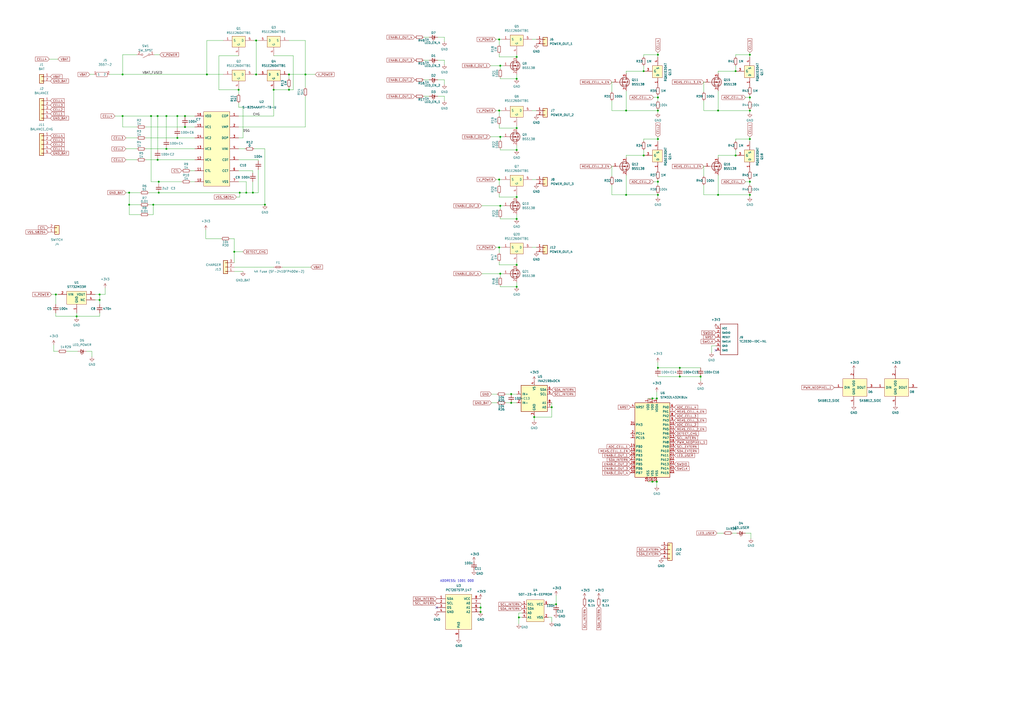
<source format=kicad_sch>
(kicad_sch (version 20250114) (generator "eeschema") (generator_version "9.0")
  (paper "A2")
  (text "ADDRESS: 1001 000" (at 255.27 337.82 0) (effects (font (size 1.27 1.27)) (justify left bottom)))
  (junction (at 434.975 113.03))
  (junction (at 57.785 173.99))
  (junction (at 107.315 73.66))
  (junction (at 373.38 90.17))
  (junction (at 373.38 41.275))
  (junction (at 381.635 113.03))
  (junction (at 381 279.4))
  (junction (at 92.075 111.76))
  (junction (at 426.72 90.17))
  (junction (at 381.635 31.75))
  (junction (at 434.975 31.75))
  (junction (at 44.45 183.515))
  (junction (at 148.59 23.495))
  (junction (at 381.635 56.515))
  (junction (at 296.545 233.68))
  (junction (at 394.335 213.36))
  (junction (at 290.195 38.1))
  (junction (at 289.56 104.14))
  (junction (at 434.975 56.515))
  (junction (at 434.975 80.645))
  (junction (at 74.93 111.76))
  (junction (at 91.44 92.71))
  (junction (at 57.785 170.815))
  (junction (at 146.685 111.76))
  (junction (at 299.72 127))
  (junction (at 299.72 74.295))
  (junction (at 299.72 166.37))
  (junction (at 102.87 67.31))
  (junction (at 167.64 52.07))
  (junction (at 381.635 80.645))
  (junction (at 289.56 143.51))
  (junction (at 299.72 45.72))
  (junction (at 406.4 218.44))
  (junction (at 96.52 67.31))
  (junction (at 309.88 241.935))
  (junction (at 289.56 22.86))
  (junction (at 92.075 105.41))
  (junction (at 381 231.14))
  (junction (at 416.56 113.03))
  (junction (at 290.195 79.375))
  (junction (at 300.99 358.14))
  (junction (at 278.765 354.965))
  (junction (at 378.46 279.4))
  (junction (at 296.545 228.6))
  (junction (at 278.765 352.425))
  (junction (at 135.89 146.05))
  (junction (at 87.63 67.31))
  (junction (at 322.58 350.52))
  (junction (at 139.065 111.76))
  (junction (at 120.015 43.18))
  (junction (at 158.75 52.07))
  (junction (at 32.385 170.815))
  (junction (at 394.335 218.44))
  (junction (at 299.72 114.3))
  (junction (at 289.56 64.135))
  (junction (at 363.22 64.135))
  (junction (at 153.67 118.745))
  (junction (at 299.72 86.995))
  (junction (at 299.72 153.67))
  (junction (at 381.635 64.135))
  (junction (at 138.43 52.07))
  (junction (at 434.975 105.41))
  (junction (at 381.635 105.41))
  (junction (at 177.165 43.18))
  (junction (at 434.975 64.135))
  (junction (at 96.52 86.36))
  (junction (at 378.46 231.14))
  (junction (at 299.72 33.02))
  (junction (at 88.9 118.745))
  (junction (at 91.44 67.31))
  (junction (at 102.87 80.01))
  (junction (at 71.12 67.31))
  (junction (at 416.56 64.135))
  (junction (at 107.315 67.31))
  (junction (at 167.64 43.18))
  (junction (at 148.59 43.18))
  (junction (at 71.12 43.18))
  (junction (at 290.195 158.75))
  (junction (at 381.635 213.36))
  (junction (at 363.22 113.03))
  (junction (at 74.93 118.745))
  (junction (at 290.195 119.38))
  (junction (at 320.04 236.22))
  (junction (at 142.875 111.76))
  (junction (at 426.72 41.275))
  (no_connect (at 415.29 203.2))
  (no_connect (at 253.365 352.425))
  (no_connect (at -60.325 40.64))
  (wire (pts (xy 289.56 64.135) (xy 290.83 64.135)))
  (wire (pts (xy 135.89 138.43) (xy 135.89 146.05)))
  (wire (pts (xy 424.815 309.245) (xy 427.355 309.245)))
  (wire (pts (xy 394.335 213.36) (xy 406.4 213.36)))
  (wire (pts (xy 434.975 79.375) (xy 434.975 80.645)))
  (wire (pts (xy 416.56 90.17) (xy 416.56 91.44)))
  (wire (pts (xy 432.435 105.41) (xy 434.975 105.41)))
  (wire (pts (xy 92.71 31.75) (xy 89.535 31.75)))
  (wire (pts (xy 292.1 79.375) (xy 290.195 79.375)))
  (wire (pts (xy 147.32 86.36) (xy 153.67 86.36)))
  (wire (pts (xy 434.975 113.03) (xy 434.975 114.3)))
  (wire (pts (xy 290.195 119.38) (xy 290.195 121.285)))
  (wire (pts (xy 149.86 98.425) (xy 149.86 111.76)))
  (wire (pts (xy 426.72 31.75) (xy 434.975 31.75)))
  (wire (pts (xy 138.43 105.41) (xy 142.875 105.41)))
  (wire (pts (xy 434.975 80.645) (xy 434.975 81.915)))
  (wire (pts (xy 426.72 86.995) (xy 426.72 90.17)))
  (wire (pts (xy 299.72 124.46) (xy 299.72 127)))
  (wire (pts (xy 426.72 41.275) (xy 416.56 41.275)))
  (wire (pts (xy 87.63 67.31) (xy 91.44 67.31)))
  (wire (pts (xy 363.22 52.705) (xy 363.22 64.135)))
  (wire (pts (xy 416.56 52.705) (xy 416.56 64.135)))
  (wire (pts (xy 285.115 233.68) (xy 288.29 233.68)))
  (wire (pts (xy 381.635 105.41) (xy 381.635 107.315)))
  (wire (pts (xy 426.72 38.1) (xy 426.72 41.275)))
  (wire (pts (xy 293.37 233.68) (xy 296.545 233.68)))
  (wire (pts (xy 354.965 107.315) (xy 354.965 113.03)))
  (wire (pts (xy 434.975 64.135) (xy 434.975 65.405)))
  (wire (pts (xy 322.58 345.44) (xy 322.58 350.52)))
  (wire (pts (xy 289.56 64.135) (xy 289.56 67.31)))
  (wire (pts (xy 416.56 113.03) (xy 434.975 113.03)))
  (wire (pts (xy 290.195 45.72) (xy 299.72 45.72)))
  (wire (pts (xy 408.305 102.235) (xy 408.305 96.52)))
  (wire (pts (xy 373.38 41.275) (xy 363.22 41.275)))
  (wire (pts (xy 127 52.07) (xy 138.43 52.07)))
  (wire (pts (xy 158.75 154.94) (xy 135.89 154.94)))
  (wire (pts (xy 300.99 361.95) (xy 300.99 358.14)))
  (wire (pts (xy 289.56 22.86) (xy 289.56 26.035)))
  (wire (pts (xy 140.97 157.48) (xy 135.89 157.48)))
  (wire (pts (xy 257.81 58.42) (xy 257.81 55.88)))
  (wire (pts (xy 415.925 309.245) (xy 419.735 309.245)))
  (wire (pts (xy 354.965 53.34) (xy 354.965 47.625)))
  (wire (pts (xy 119.38 138.43) (xy 119.38 133.35)))
  (wire (pts (xy 81.28 124.46) (xy 74.93 124.46)))
  (wire (pts (xy 309.88 241.935) (xy 309.88 241.3)))
  (wire (pts (xy 84.455 80.01) (xy 102.87 80.01)))
  (wire (pts (xy 320.04 360.68) (xy 320.04 358.14)))
  (wire (pts (xy 289.56 143.51) (xy 289.56 146.685)))
  (wire (pts (xy 180.34 154.94) (xy 163.83 154.94)))
  (wire (pts (xy 53.34 207.01) (xy 53.34 203.835)))
  (wire (pts (xy 257.81 37.465) (xy 257.81 34.925)))
  (wire (pts (xy 320.04 358.14) (xy 318.135 358.14)))
  (wire (pts (xy 96.52 67.31) (xy 102.87 67.31)))
  (wire (pts (xy 32.385 183.515) (xy 32.385 181.61)))
  (wire (pts (xy 257.81 34.925) (xy 254 34.925)))
  (wire (pts (xy 31.115 203.835) (xy 31.115 200.025)))
  (wire (pts (xy 354.965 96.52) (xy 355.6 96.52)))
  (wire (pts (xy 394.335 218.44) (xy 406.4 218.44)))
  (wire (pts (xy 120.015 43.18) (xy 129.54 43.18)))
  (wire (pts (xy 102.87 74.295) (xy 102.87 67.31)))
  (wire (pts (xy 287.655 143.51) (xy 289.56 143.51)))
  (wire (pts (xy 435.61 312.42) (xy 435.61 309.245)))
  (wire (pts (xy 289.56 112.395) (xy 289.56 114.3)))
  (wire (pts (xy 287.655 104.14) (xy 289.56 104.14)))
  (wire (pts (xy 52.07 43.18) (xy 54.61 43.18)))
  (wire (pts (xy 96.52 86.36) (xy 96.52 85.725)))
  (wire (pts (xy 138.43 86.36) (xy 142.24 86.36)))
  (wire (pts (xy 363.22 101.6) (xy 363.22 113.03)))
  (wire (pts (xy 416.56 101.6) (xy 416.56 113.03)))
  (wire (pts (xy 87.63 67.31) (xy 71.12 67.31)))
  (wire (pts (xy 381 279.4) (xy 381 281.94)))
  (wire (pts (xy 177.165 55.88) (xy 177.165 73.66)))
  (wire (pts (xy 84.455 73.66) (xy 107.315 73.66)))
  (wire (pts (xy 363.22 113.03) (xy 381.635 113.03)))
  (wire (pts (xy 354.965 47.625) (xy 355.6 47.625)))
  (wire (pts (xy 289.56 72.39) (xy 289.56 74.295)))
  (wire (pts (xy 290.195 79.375) (xy 290.195 81.28)))
  (wire (pts (xy 142.875 105.41) (xy 142.875 111.76)))
  (wire (pts (xy 170.18 52.07) (xy 167.64 52.07)))
  (wire (pts (xy 279.4 158.75) (xy 290.195 158.75)))
  (wire (pts (xy 96.52 80.645) (xy 96.52 67.31)))
  (wire (pts (xy 60.96 167.005) (xy 60.96 170.815)))
  (wire (pts (xy 287.655 64.135) (xy 289.56 64.135)))
  (wire (pts (xy 63.5 43.18) (xy 71.12 43.18)))
  (wire (pts (xy 381.635 63.5) (xy 381.635 64.135)))
  (wire (pts (xy 138.43 99.06) (xy 146.685 99.06)))
  (wire (pts (xy 412.75 204.47) (xy 412.75 200.66)))
  (wire (pts (xy 128.27 138.43) (xy 119.38 138.43)))
  (wire (pts (xy 167.64 43.18) (xy 167.64 45.72)))
  (wire (pts (xy 381 227.33) (xy 381 231.14)))
  (wire (pts (xy 416.56 64.135) (xy 434.975 64.135)))
  (wire (pts (xy 57.785 170.815) (xy 55.245 170.815)))
  (wire (pts (xy 381.635 30.48) (xy 381.635 31.75)))
  (wire (pts (xy 147.32 23.495) (xy 148.59 23.495)))
  (wire (pts (xy 127 32.385) (xy 138.43 32.385)))
  (wire (pts (xy 73.025 80.01) (xy 79.375 80.01)))
  (wire (pts (xy 28.575 34.29) (xy 33.655 34.29)))
  (wire (pts (xy 86.36 111.76) (xy 92.075 111.76)))
  (wire (pts (xy 434.975 63.5) (xy 434.975 64.135)))
  (wire (pts (xy 110.49 99.06) (xy 113.03 99.06)))
  (wire (pts (xy 434.975 31.75) (xy 434.975 33.02)))
  (wire (pts (xy 71.12 31.75) (xy 79.375 31.75)))
  (wire (pts (xy 426.72 90.17) (xy 416.56 90.17)))
  (wire (pts (xy 308.61 22.86) (xy 311.15 22.86)))
  (wire (pts (xy 140.97 80.01) (xy 138.43 80.01)))
  (wire (pts (xy 32.385 170.815) (xy 32.385 176.53)))
  (wire (pts (xy 279.4 119.38) (xy 290.195 119.38)))
  (wire (pts (xy 320.04 236.22) (xy 320.04 241.935)))
  (wire (pts (xy 412.75 200.66) (xy 415.29 200.66)))
  (wire (pts (xy 290.195 127) (xy 299.72 127)))
  (wire (pts (xy 290.195 45.085) (xy 290.195 45.72)))
  (wire (pts (xy 434.975 55.245) (xy 434.975 56.515)))
  (wire (pts (xy 320.04 233.68) (xy 320.04 236.22)))
  (wire (pts (xy 434.975 105.41) (xy 434.975 107.315)))
  (wire (pts (xy 381.635 210.185) (xy 381.635 213.36)))
  (wire (pts (xy 378.46 231.14) (xy 381 231.14)))
  (wire (pts (xy 290.195 126.365) (xy 290.195 127)))
  (wire (pts (xy 406.4 218.44) (xy 406.4 220.98)))
  (wire (pts (xy 289.56 153.67) (xy 299.72 153.67)))
  (wire (pts (xy 435.61 309.245) (xy 432.435 309.245)))
  (wire (pts (xy 91.44 67.31) (xy 91.44 86.995)))
  (wire (pts (xy 107.315 67.31) (xy 107.315 67.945)))
  (wire (pts (xy 167.64 50.8) (xy 167.64 52.07)))
  (wire (pts (xy 177.165 43.18) (xy 177.165 50.8)))
  (wire (pts (xy 289.56 114.3) (xy 299.72 114.3)))
  (wire (pts (xy 135.89 138.43) (xy 133.35 138.43)))
  (wire (pts (xy 373.38 90.17) (xy 363.22 90.17)))
  (wire (pts (xy 31.115 203.835) (xy 33.655 203.835)))
  (wire (pts (xy 177.165 43.18) (xy 182.88 43.18)))
  (wire (pts (xy 287.655 22.86) (xy 289.56 22.86)))
  (wire (pts (xy 408.305 58.42) (xy 408.305 64.135)))
  (wire (pts (xy 289.56 74.295) (xy 299.72 74.295)))
  (wire (pts (xy 245.745 21.59) (xy 248.92 21.59)))
  (wire (pts (xy 140.97 62.23) (xy 140.97 80.01)))
  (wire (pts (xy 167.64 23.495) (xy 177.165 23.495)))
  (wire (pts (xy 290.195 86.36) (xy 290.195 86.995)))
  (wire (pts (xy 309.88 243.84) (xy 309.88 241.935)))
  (wire (pts (xy 29.845 170.815) (xy 32.385 170.815)))
  (wire (pts (xy 290.195 166.37) (xy 299.72 166.37)))
  (wire (pts (xy 60.96 170.815) (xy 57.785 170.815)))
  (wire (pts (xy 92.075 111.76) (xy 139.065 111.76)))
  (wire (pts (xy 86.36 124.46) (xy 88.9 124.46)))
  (wire (pts (xy 379.095 105.41) (xy 381.635 105.41)))
  (wire (pts (xy 408.305 113.03) (xy 416.56 113.03)))
  (wire (pts (xy 148.59 23.495) (xy 148.59 43.18)))
  (wire (pts (xy 381.635 55.245) (xy 381.635 56.515)))
  (wire (pts (xy 57.785 170.815) (xy 57.785 173.99)))
  (wire (pts (xy 299.72 33.02) (xy 299.72 31.75)))
  (wire (pts (xy 91.44 67.31) (xy 96.52 67.31)))
  (wire (pts (xy 53.34 203.835) (xy 50.165 203.835)))
  (wire (pts (xy 299.72 43.18) (xy 299.72 45.72)))
  (wire (pts (xy 113.03 67.31) (xy 107.315 67.31)))
  (wire (pts (xy 426.72 80.645) (xy 434.975 80.645)))
  (wire (pts (xy 379.095 56.515) (xy 381.635 56.515)))
  (wire (pts (xy 296.545 228.6) (xy 299.72 228.6)))
  (wire (pts (xy 73.025 92.71) (xy 79.375 92.71)))
  (wire (pts (xy 167.64 43.18) (xy 177.165 43.18)))
  (wire (pts (xy 127 32.385) (xy 127 52.07)))
  (wire (pts (xy 73.025 111.76) (xy 74.93 111.76)))
  (wire (pts (xy 148.59 43.18) (xy 149.86 43.18)))
  (wire (pts (xy 381.635 79.375) (xy 381.635 80.645)))
  (wire (pts (xy 373.38 31.75) (xy 381.635 31.75)))
  (wire (pts (xy 299.72 163.83) (xy 299.72 166.37)))
  (wire (pts (xy 91.44 92.71) (xy 91.44 92.075)))
  (wire (pts (xy 278.765 352.425) (xy 278.765 354.965)))
  (wire (pts (xy 293.37 228.6) (xy 296.545 228.6)))
  (wire (pts (xy 290.195 158.75) (xy 290.195 160.655)))
  (wire (pts (xy 354.965 113.03) (xy 363.22 113.03)))
  (wire (pts (xy 375.92 231.14) (xy 378.46 231.14)))
  (wire (pts (xy 284.48 79.375) (xy 290.195 79.375)))
  (wire (pts (xy 138.43 62.23) (xy 140.97 62.23)))
  (wire (pts (xy 290.195 86.995) (xy 299.72 86.995)))
  (wire (pts (xy 373.38 38.1) (xy 373.38 41.275)))
  (wire (pts (xy 299.72 84.455) (xy 299.72 86.995)))
  (wire (pts (xy 170.18 32.385) (xy 170.18 52.07)))
  (wire (pts (xy 416.56 41.275) (xy 416.56 42.545)))
  (wire (pts (xy 158.75 67.31) (xy 158.75 52.07)))
  (wire (pts (xy 71.12 67.31) (xy 71.12 73.66)))
  (wire (pts (xy 71.12 73.66) (xy 79.375 73.66)))
  (wire (pts (xy 378.46 279.4) (xy 381 279.4)))
  (wire (pts (xy 146.685 111.76) (xy 142.875 111.76)))
  (wire (pts (xy 107.315 73.025) (xy 107.315 73.66)))
  (wire (pts (xy 138.43 52.07) (xy 138.43 54.61)))
  (wire (pts (xy 73.025 86.36) (xy 79.375 86.36)))
  (wire (pts (xy 74.93 118.745) (xy 74.93 111.76)))
  (wire (pts (xy 381.635 112.395) (xy 381.635 113.03)))
  (wire (pts (xy 434.975 112.395) (xy 434.975 113.03)))
  (wire (pts (xy 102.87 67.31) (xy 107.315 67.31)))
  (wire (pts (xy 158.75 32.385) (xy 170.18 32.385)))
  (wire (pts (xy 373.38 33.02) (xy 373.38 31.75)))
  (wire (pts (xy 57.785 183.515) (xy 44.45 183.515)))
  (wire (pts (xy 71.12 43.18) (xy 120.015 43.18)))
  (wire (pts (xy 102.87 80.01) (xy 102.87 79.375)))
  (wire (pts (xy 149.86 93.345) (xy 149.86 92.71)))
  (wire (pts (xy 434.975 56.515) (xy 434.975 58.42)))
  (wire (pts (xy 135.89 146.05) (xy 135.89 152.4)))
  (wire (pts (xy 322.58 350.52) (xy 318.135 350.52)))
  (wire (pts (xy 153.67 86.36) (xy 153.67 118.745)))
  (wire (pts (xy 38.735 203.835) (xy 45.085 203.835)))
  (wire (pts (xy 408.305 64.135) (xy 416.56 64.135)))
  (wire (pts (xy 245.745 34.925) (xy 248.92 34.925)))
  (wire (pts (xy 373.38 86.995) (xy 373.38 90.17)))
  (wire (pts (xy 257.81 55.88) (xy 254 55.88)))
  (wire (pts (xy 57.785 181.61) (xy 57.785 183.515)))
  (wire (pts (xy 292.1 158.75) (xy 290.195 158.75)))
  (wire (pts (xy 354.965 64.135) (xy 363.22 64.135)))
  (wire (pts (xy 92.075 105.41) (xy 92.075 106.68)))
  (wire (pts (xy 300.99 355.6) (xy 300.99 358.14)))
  (wire (pts (xy 381.635 64.135) (xy 381.635 65.405)))
  (wire (pts (xy 408.305 53.34) (xy 408.305 47.625)))
  (wire (pts (xy 434.975 30.48) (xy 434.975 31.75)))
  (wire (pts (xy 44.45 181.61) (xy 44.45 183.515)))
  (wire (pts (xy 381.635 113.03) (xy 381.635 114.3)))
  (wire (pts (xy 381.635 213.36) (xy 394.335 213.36)))
  (wire (pts (xy 86.36 118.745) (xy 88.9 118.745)))
  (wire (pts (xy 74.93 124.46) (xy 74.93 118.745)))
  (wire (pts (xy 147.32 43.18) (xy 148.59 43.18)))
  (wire (pts (xy 245.745 55.88) (xy 248.92 55.88)))
  (wire (pts (xy 408.305 96.52) (xy 408.94 96.52)))
  (wire (pts (xy 289.56 151.765) (xy 289.56 153.67)))
  (wire (pts (xy 71.12 31.75) (xy 71.12 43.18)))
  (wire (pts (xy 285.115 228.6) (xy 288.29 228.6)))
  (wire (pts (xy 289.56 104.14) (xy 290.83 104.14)))
  (wire (pts (xy 354.965 102.235) (xy 354.965 96.52)))
  (wire (pts (xy 138.43 59.69) (xy 138.43 62.23)))
  (wire (pts (xy 113.03 86.36) (xy 96.52 86.36)))
  (wire (pts (xy 320.04 241.935) (xy 309.88 241.935)))
  (wire (pts (xy 113.03 92.71) (xy 91.44 92.71)))
  (wire (pts (xy 138.43 92.71) (xy 149.86 92.71)))
  (wire (pts (xy 292.1 119.38) (xy 290.195 119.38)))
  (wire (pts (xy 299.72 74.295) (xy 299.72 73.025)))
  (wire (pts (xy 290.195 165.735) (xy 290.195 166.37)))
  (wire (pts (xy 120.015 23.495) (xy 129.54 23.495)))
  (wire (pts (xy 363.22 90.17) (xy 363.22 91.44)))
  (wire (pts (xy 381.635 80.645) (xy 381.635 81.915)))
  (wire (pts (xy 296.545 233.68) (xy 299.72 233.68)))
  (wire (pts (xy 308.61 64.135) (xy 311.15 64.135)))
  (wire (pts (xy 139.065 114.3) (xy 139.065 111.76)))
  (wire (pts (xy 44.45 183.515) (xy 32.385 183.515)))
  (wire (pts (xy 408.305 107.315) (xy 408.305 113.03)))
  (wire (pts (xy 84.455 86.36) (xy 96.52 86.36)))
  (wire (pts (xy 87.63 67.31) (xy 87.63 105.41)))
  (wire (pts (xy 381.635 56.515) (xy 381.635 58.42)))
  (wire (pts (xy 110.49 105.41) (xy 113.03 105.41)))
  (wire (pts (xy 105.41 105.41) (xy 92.075 105.41)))
  (wire (pts (xy 289.56 104.14) (xy 289.56 107.315)))
  (wire (pts (xy 177.165 23.495) (xy 177.165 43.18)))
  (wire (pts (xy 363.22 41.275) (xy 363.22 42.545)))
  (wire (pts (xy 381.635 104.14) (xy 381.635 105.41)))
  (wire (pts (xy 88.9 118.745) (xy 153.67 118.745)))
  (wire (pts (xy 167.64 52.07) (xy 158.75 52.07)))
  (wire (pts (xy 426.72 33.02) (xy 426.72 31.75)))
  (wire (pts (xy 138.43 73.66) (xy 177.165 73.66)))
  (wire (pts (xy 381.635 31.75) (xy 381.635 33.02)))
  (wire (pts (xy 107.315 73.66) (xy 113.03 73.66)))
  (wire (pts (xy 257.81 24.13) (xy 257.81 21.59)))
  (wire (pts (xy 299.72 114.3) (xy 299.72 113.03)))
  (wire (pts (xy 354.965 58.42) (xy 354.965 64.135)))
  (wire (pts (xy 289.56 33.02) (xy 299.72 33.02)))
  (wire (pts (xy 278.765 349.885) (xy 278.765 352.425)))
  (wire (pts (xy 299.72 153.67) (xy 299.72 152.4)))
  (wire (pts (xy 308.61 104.14) (xy 311.15 104.14)))
  (wire (pts (xy 257.81 48.895) (xy 257.81 46.355)))
  (wire (pts (xy 426.72 81.915) (xy 426.72 80.645)))
  (wire (pts (xy 55.245 173.99) (xy 57.785 173.99)))
  (wire (pts (xy 146.685 105.41) (xy 146.685 111.76)))
  (wire (pts (xy 148.59 23.495) (xy 149.86 23.495)))
  (wire (pts (xy 289.56 22.86) (xy 290.83 22.86)))
  (wire (pts (xy 149.86 111.76) (xy 146.685 111.76)))
  (wire (pts (xy 138.43 67.31) (xy 158.75 67.31)))
  (wire (pts (xy 434.975 104.14) (xy 434.975 105.41)))
  (wire (pts (xy 74.93 118.745) (xy 81.28 118.745)))
  (wire (pts (xy 373.38 80.645) (xy 381.635 80.645)))
  (wire (pts (xy 290.195 38.1) (xy 290.195 40.005)))
  (wire (pts (xy 92.075 105.41) (xy 87.63 105.41)))
  (wire (pts (xy 257.81 46.355) (xy 254 46.355)))
  (wire (pts (xy 300.99 358.14) (xy 302.895 358.14)))
  (wire (pts (xy 308.61 143.51) (xy 311.15 143.51)))
  (wire (pts (xy 84.455 92.71) (xy 91.44 92.71)))
  (wire (pts (xy 363.22 64.135) (xy 381.635 64.135)))
  (wire (pts (xy 137.16 114.3) (xy 139.065 114.3)))
  (wire (pts (xy 289.56 143.51) (xy 290.83 143.51)))
  (wire (pts (xy 257.81 21.59) (xy 254 21.59)))
  (wire (pts (xy 139.065 111.76) (xy 142.875 111.76)))
  (wire (pts (xy 245.745 46.355) (xy 248.92 46.355)))
  (wire (pts (xy 44.45 183.515) (xy 44.45 184.15)))
  (wire (pts (xy 32.385 170.815) (xy 33.655 170.815)))
  (wire (pts (xy 284.48 38.1) (xy 290.195 38.1)))
  (wire (pts (xy 432.435 56.515) (xy 434.975 56.515)))
  (wire (pts (xy 289.56 31.115) (xy 289.56 33.02)))
  (wire (pts (xy 135.89 146.05) (xy 140.97 146.05)))
  (wire (pts (xy 113.03 80.01) (xy 102.87 80.01)))
  (wire (pts (xy 146.685 99.06) (xy 146.685 100.33)))
  (wire (pts (xy 381.635 218.44) (xy 394.335 218.44)))
  (wire (pts (xy 57.785 173.99) (xy 57.785 176.53)))
  (wire (pts (xy 88.9 124.46) (xy 88.9 118.745)))
  (wire (pts (xy 66.675 67.31) (xy 71.12 67.31)))
  (wire (pts (xy 375.92 279.4) (xy 378.46 279.4)))
  (wire (pts (xy 120.015 23.495) (xy 120.015 43.18)))
  (wire (pts (xy 408.305 47.625) (xy 408.94 47.625)))
  (wire (pts (xy 373.38 81.915) (xy 373.38 80.645)))
  (wire (pts (xy 302.895 355.6) (xy 300.99 355.6)))
  (wire (pts (xy 74.93 111.76) (xy 81.28 111.76)))
  (wire (pts (xy 292.1 38.1) (xy 290.195 38.1)))
  (label "VBAT_FUSED" (at 82.55 43.18 0))
  (label "CHG" (at 146.685 67.31 0))
  (label "CHG" (at -70.485 349.25 270))
  (label "DSG" (at 140.97 76.835 0))
  (label "VBAT_FUSED" (at -29.845 40.64 0))
  (label "DSG" (at -86.36 350.52 270))
  (global_label "ADC_CELL_1" (shape input) (at 432.435 105.41 180) (property "Intersheetrefs" "${INTERSHEET_REFS}" (effects (hide yes))))
  (global_label "MEAS_CELL_4_EN" (shape input) (at 391.16 238.76 0) (property "Intersheetrefs" "${INTERSHEET_REFS}" (effects (hide yes))))
  (global_label "ENABLE_OUT_1" (shape input) (at 240.665 55.88 180) (property "Intersheetrefs" "${INTERSHEET_REFS}" (effects (hide yes))))
  (global_label "CELL4" (shape input) (at 28.575 34.29 180) (property "Intersheetrefs" "${INTERSHEET_REFS}" (effects (hide yes))))
  (global_label "CELL3" (shape input) (at 29.21 81.28 0) (property "Intersheetrefs" "${INTERSHEET_REFS}" (effects (hide yes))))
  (global_label "VBAT" (shape input) (at 52.07 43.18 180) (property "Intersheetrefs" "${INTERSHEET_REFS}" (effects (hide yes))))
  (global_label "SDA_EXTERN" (shape input) (at 383.54 321.31 180) (property "Intersheetrefs" "${INTERSHEET_REFS}" (effects (hide yes))))
  (global_label "V_POWER" (shape input) (at 182.88 43.18 0) (property "Intersheetrefs" "${INTERSHEET_REFS}" (effects (hide yes))))
  (global_label "CELL2" (shape input) (at 29.21 83.82 0) (property "Intersheetrefs" "${INTERSHEET_REFS}" (effects (hide yes))))
  (global_label "CELL3" (shape input) (at 29.21 60.96 0) (property "Intersheetrefs" "${INTERSHEET_REFS}" (effects (hide yes))))
  (global_label "ENABLE_OUT_4" (shape input) (at 240.665 21.59 180) (property "Intersheetrefs" "${INTERSHEET_REFS}" (effects (hide yes))))
  (global_label "CELL2" (shape input) (at 73.025 86.36 180) (property "Intersheetrefs" "${INTERSHEET_REFS}" (effects (hide yes))))
  (global_label "MEAS_CELL_1_EN" (shape input) (at 408.305 96.52 180) (property "Intersheetrefs" "${INTERSHEET_REFS}" (effects (hide yes))))
  (global_label "ADC_CELL_1" (shape input) (at 365.76 259.08 180) (property "Intersheetrefs" "${INTERSHEET_REFS}" (effects (hide yes))))
  (global_label "DETECT_CHG" (shape input) (at 140.97 146.05 0) (property "Intersheetrefs" "${INTERSHEET_REFS}" (effects (hide yes))))
  (global_label "LED_USER" (shape input) (at 415.925 309.245 180) (property "Intersheetrefs" "${INTERSHEET_REFS}" (effects (hide yes))))
  (global_label "SCL_EXTERN" (shape input) (at 383.54 318.77 180) (property "Intersheetrefs" "${INTERSHEET_REFS}" (effects (hide yes))))
  (global_label "VSS_S8254" (shape input) (at 137.16 114.3 180) (property "Intersheetrefs" "${INTERSHEET_REFS}" (effects (hide yes))))
  (global_label "ENABLE_OUT_2" (shape input) (at 284.48 79.375 180) (property "Intersheetrefs" "${INTERSHEET_REFS}" (effects (hide yes))))
  (global_label "V_POWER" (shape input) (at 287.655 104.14 180) (property "Intersheetrefs" "${INTERSHEET_REFS}" (effects (hide yes))))
  (global_label "GND" (shape input) (at 285.115 228.6 180) (property "Intersheetrefs" "${INTERSHEET_REFS}" (effects (hide yes))))
  (global_label "MEAS_CELL_3_EN" (shape input) (at 408.305 47.625 180) (property "Intersheetrefs" "${INTERSHEET_REFS}" (effects (hide yes))))
  (global_label "ADC_CELL_2" (shape input) (at 435.61 -33.02 90) (property "Intersheetrefs" "${INTERSHEET_REFS}" (effects (hide yes))))
  (global_label "CELL1" (shape input) (at 73.025 92.71 180) (property "Intersheetrefs" "${INTERSHEET_REFS}" (effects (hide yes))))
  (global_label "ADC_CELL_1" (shape input) (at 420.37 -33.02 90) (property "Intersheetrefs" "${INTERSHEET_REFS}" (effects (hide yes))))
  (global_label "SDA_INTERN" (shape input) (at 365.76 266.7 180) (property "Intersheetrefs" "${INTERSHEET_REFS}" (effects (hide yes))))
  (global_label "SCL_INTERN" (shape input) (at 320.04 228.6 0) (property "Intersheetrefs" "${INTERSHEET_REFS}" (effects (hide yes))))
  (global_label "CELL4" (shape input) (at 66.675 67.31 180) (property "Intersheetrefs" "${INTERSHEET_REFS}" (effects (hide yes))))
  (global_label "GND_BAT" (shape input) (at 73.025 111.76 180) (property "Intersheetrefs" "${INTERSHEET_REFS}" (effects (hide yes))))
  (global_label "CELL1" (shape input) (at 434.975 79.375 90) (property "Intersheetrefs" "${INTERSHEET_REFS}" (effects (hide yes))))
  (global_label "LED_USER" (shape input) (at 391.16 264.16 0) (property "Intersheetrefs" "${INTERSHEET_REFS}" (effects (hide yes))))
  (global_label "SDA_INTERN" (shape input) (at 253.365 347.345 180) (property "Intersheetrefs" "${INTERSHEET_REFS}" (effects (hide yes))))
  (global_label "VBAT" (shape input) (at -45.72 361.315 270) (property "Intersheetrefs" "${INTERSHEET_REFS}" (effects (hide yes))))
  (global_label "V_POWER" (shape input) (at 287.655 64.135 180) (property "Intersheetrefs" "${INTERSHEET_REFS}" (effects (hide yes))))
  (global_label "SDA_INTERN" (shape input) (at -114.935 355.6 270) (property "Intersheetrefs" "${INTERSHEET_REFS}" (effects (hide yes))))
  (global_label "ADC_CELL_4" (shape input) (at 458.47 -33.02 90) (property "Intersheetrefs" "${INTERSHEET_REFS}" (effects (hide yes))))
  (global_label "V_POWER" (shape input) (at 29.845 170.815 180) (property "Intersheetrefs" "${INTERSHEET_REFS}" (effects (hide yes))))
  (global_label "ENABLE_OUT_3" (shape input) (at 279.4 119.38 180) (property "Intersheetrefs" "${INTERSHEET_REFS}" (effects (hide yes))))
  (global_label "V_POWER" (shape input) (at 92.71 31.75 0) (property "Intersheetrefs" "${INTERSHEET_REFS}" (effects (hide yes))))
  (global_label "VBAT" (shape input) (at 33.655 34.29 0) (property "Intersheetrefs" "${INTERSHEET_REFS}" (effects (hide yes))))
  (global_label "VSS_S8254" (shape input) (at 27.94 134.62 180) (property "Intersheetrefs" "${INTERSHEET_REFS}" (effects (hide yes))))
  (global_label "CELL4" (shape input) (at 29.21 78.74 0) (property "Intersheetrefs" "${INTERSHEET_REFS}" (effects (hide yes))))
  (global_label "MEAS_CELL_4_EN" (shape input) (at 354.965 47.625 180) (property "Intersheetrefs" "${INTERSHEET_REFS}" (effects (hide yes))))
  (global_label "ENABLE_OUT_1" (shape input) (at 284.48 38.1 180) (property "Intersheetrefs" "${INTERSHEET_REFS}" (effects (hide yes))))
  (global_label "ADC_CELL_3" (shape input) (at 432.435 56.515 180) (property "Intersheetrefs" "${INTERSHEET_REFS}" (effects (hide yes))))
  (global_label "DETECT_CHG" (shape input) (at 391.16 251.46 0) (property "Intersheetrefs" "${INTERSHEET_REFS}" (effects (hide yes))))
  (global_label "ADC_CELL_3" (shape input) (at 447.04 -33.02 90) (property "Intersheetrefs" "${INTERSHEET_REFS}" (effects (hide yes))))
  (global_label "GND_BAT" (shape input) (at 29.21 88.9 0) (property "Intersheetrefs" "${INTERSHEET_REFS}" (effects (hide yes))))
  (global_label "SCL_INTERN" (shape input) (at 391.16 254 0) (property "Intersheetrefs" "${INTERSHEET_REFS}" (effects (hide yes))))
  (global_label "CELL2" (shape input) (at 381.635 79.375 90) (property "Intersheetrefs" "${INTERSHEET_REFS}" (effects (hide yes))))
  (global_label "SWDIO" (shape input) (at 415.29 193.04 180) (property "Intersheetrefs" "${INTERSHEET_REFS}" (effects (hide yes))))
  (global_label "V_POWER" (shape input) (at -29.845 43.18 0) (property "Intersheetrefs" "${INTERSHEET_REFS}" (effects (hide yes))))
  (global_label "GND_BAT" (shape input) (at 29.21 46.99 0) (property "Intersheetrefs" "${INTERSHEET_REFS}" (effects (hide yes))))
  (global_label "CELL3" (shape input) (at 73.025 80.01 180) (property "Intersheetrefs" "${INTERSHEET_REFS}" (effects (hide yes))))
  (global_label "NRST" (shape input) (at 365.76 236.22 180) (property "Intersheetrefs" "${INTERSHEET_REFS}" (effects (hide yes))))
  (global_label "MEAS_CELL_1_EN" (shape input) (at 365.76 261.62 180) (property "Intersheetrefs" "${INTERSHEET_REFS}" (effects (hide yes))))
  (global_label "CTL" (shape input) (at 27.94 132.08 180) (property "Intersheetrefs" "${INTERSHEET_REFS}" (effects (hide yes))))
  (global_label "V_POWER" (shape input) (at -50.8 384.175 270) (property "Intersheetrefs" "${INTERSHEET_REFS}" (effects (hide yes))))
  (global_label "PWM_NEOPIXEL_1" (shape input) (at 483.87 224.79 180) (property "Intersheetrefs" "${INTERSHEET_REFS}" (effects (hide yes))))
  (global_label "SDA_INTERN" (shape input) (at 320.04 226.06 0) (property "Intersheetrefs" "${INTERSHEET_REFS}" (effects (hide yes))))
  (global_label "ADC_CELL_3" (shape input) (at 391.16 241.3 0) (property "Intersheetrefs" "${INTERSHEET_REFS}" (effects (hide yes))))
  (global_label "CELL4" (shape input) (at 381.635 30.48 90) (property "Intersheetrefs" "${INTERSHEET_REFS}" (effects (hide yes))))
  (global_label "CELL1" (shape input) (at 29.21 66.04 0) (property "Intersheetrefs" "${INTERSHEET_REFS}" (effects (hide yes))))
  (global_label "VBAT" (shape input) (at 29.21 44.45 0) (property "Intersheetrefs" "${INTERSHEET_REFS}" (effects (hide yes))))
  (global_label "SCL_EXTERN" (shape input) (at 391.16 259.08 0) (property "Intersheetrefs" "${INTERSHEET_REFS}" (effects (hide yes))))
  (global_label "VBAT" (shape input) (at 180.34 154.94 0) (property "Intersheetrefs" "${INTERSHEET_REFS}" (effects (hide yes))))
  (global_label "SCL_INTERN" (shape input) (at 253.365 349.885 180) (property "Intersheetrefs" "${INTERSHEET_REFS}" (effects (hide yes))))
  (global_label "GND_BAT" (shape input) (at -66.04 370.84 270) (property "Intersheetrefs" "${INTERSHEET_REFS}" (effects (hide yes))))
  (global_label "ENABLE_OUT_4" (shape input) (at 365.76 274.32 180) (property "Intersheetrefs" "${INTERSHEET_REFS}" (effects (hide yes))))
  (global_label "ADC_CELL_4" (shape input) (at 391.16 236.22 0) (property "Intersheetrefs" "${INTERSHEET_REFS}" (effects (hide yes))))
  (global_label "CELL2" (shape input) (at 29.21 63.5 0) (property "Intersheetrefs" "${INTERSHEET_REFS}" (effects (hide yes))))
  (global_label "CELL4" (shape input) (at 29.21 58.42 0) (property "Intersheetrefs" "${INTERSHEET_REFS}" (effects (hide yes))))
  (global_label "ENABLE_OUT_4" (shape input) (at 279.4 158.75 180) (property "Intersheetrefs" "${INTERSHEET_REFS}" (effects (hide yes))))
  (global_label "MEAS_CELL_2_EN" (shape input) (at 391.16 248.92 0) (property "Intersheetrefs" "${INTERSHEET_REFS}" (effects (hide yes))))
  (global_label "PWM_NEOPIXEL_1" (shape input) (at 391.16 256.54 0) (property "Intersheetrefs" "${INTERSHEET_REFS}" (effects (hide yes))))
  (global_label "MEAS_CELL_2_EN" (shape input) (at 354.965 96.52 180) (property "Intersheetrefs" "${INTERSHEET_REFS}" (effects (hide yes))))
  (global_label "ADC_CELL_4" (shape input) (at 379.095 56.515 180) (property "Intersheetrefs" "${INTERSHEET_REFS}" (effects (hide yes))))
  (global_label "CELL3" (shape input) (at 434.975 30.48 90) (property "Intersheetrefs" "${INTERSHEET_REFS}" (effects (hide yes))))
  (global_label "CTL" (shape input) (at 105.41 99.06 180) (property "Intersheetrefs" "${INTERSHEET_REFS}" (effects (hide yes))))
  (global_label "ENABLE_OUT_3" (shape input) (at 365.76 271.78 180) (property "Intersheetrefs" "${INTERSHEET_REFS}" (effects (hide yes))))
  (global_label "SWDIO" (shape input) (at 391.16 269.24 0) (property "Intersheetrefs" "${INTERSHEET_REFS}" (effects (hide yes))))
  (global_label "ADC_CELL_2" (shape input) (at 379.095 105.41 180) (property "Intersheetrefs" "${INTERSHEET_REFS}" (effects (hide yes))))
  (global_label "ENABLE_OUT_3" (shape input) (at 240.665 34.925 180) (property "Intersheetrefs" "${INTERSHEET_REFS}" (effects (hide yes))))
  (global_label "SWCLK" (shape input) (at 415.29 198.12 180) (property "Intersheetrefs" "${INTERSHEET_REFS}" (effects (hide yes))))
  (global_label "SCL_INTERN" (shape input) (at 339.09 351.79 270) (property "Intersheetrefs" "${INTERSHEET_REFS}" (effects (hide yes))))
  (global_label "V_POWER" (shape input) (at 287.655 22.86 180) (property "Intersheetrefs" "${INTERSHEET_REFS}" (effects (hide yes))))
  (global_label "SDA_INTERN" (shape input) (at 302.895 353.06 180) (property "Intersheetrefs" "${INTERSHEET_REFS}" (effects (hide yes))))
  (global_label "NRST" (shape input) (at 415.29 195.58 180) (property "Intersheetrefs" "${INTERSHEET_REFS}" (effects (hide yes))))
  (global_label "ENABLE_OUT_2" (shape input) (at 240.665 46.355 180) (property "Intersheetrefs" "${INTERSHEET_REFS}" (effects (hide yes))))
  (global_label "V_POWER" (shape input) (at 287.655 143.51 180) (property "Intersheetrefs" "${INTERSHEET_REFS}" (effects (hide yes))))
  (global_label "SWCLK" (shape input) (at 391.16 271.78 0) (property "Intersheetrefs" "${INTERSHEET_REFS}" (effects (hide yes))))
  (global_label "GND_BAT" (shape input) (at 29.21 68.58 0) (property "Intersheetrefs" "${INTERSHEET_REFS}" (effects (hide yes))))
  (global_label "SDA_INTERN" (shape input) (at 347.345 351.79 270) (property "Intersheetrefs" "${INTERSHEET_REFS}" (effects (hide yes))))
  (global_label "MEAS_CELL_3_EN" (shape input) (at 391.16 243.84 0) (property "Intersheetrefs" "${INTERSHEET_REFS}" (effects (hide yes))))
  (global_label "SCL_INTERN" (shape input) (at 302.895 350.52 180) (property "Intersheetrefs" "${INTERSHEET_REFS}" (effects (hide yes))))
  (global_label "GND_BAT" (shape input) (at 285.115 233.68 180) (property "Intersheetrefs" "${INTERSHEET_REFS}" (effects (hide yes))))
  (global_label "ENABLE_OUT_1" (shape input) (at 365.76 264.16 180) (property "Intersheetrefs" "${INTERSHEET_REFS}" (effects (hide yes))))
  (global_label "SDA_EXTERN" (shape input) (at 391.16 261.62 0) (property "Intersheetrefs" "${INTERSHEET_REFS}" (effects (hide yes))))
  (global_label "ENABLE_OUT_2" (shape input) (at 365.76 269.24 180) (property "Intersheetrefs" "${INTERSHEET_REFS}" (effects (hide yes))))
  (global_label "ADC_CELL_2" (shape input) (at 391.16 246.38 0) (property "Intersheetrefs" "${INTERSHEET_REFS}" (effects (hide yes))))
  (global_label "CELL1" (shape input) (at 29.21 86.36 0) (property "Intersheetrefs" "${INTERSHEET_REFS}" (effects (hide yes))))
  (global_label "SCL_INTERN" (shape input) (at -101.6 355.6 270) (property "Intersheetrefs" "${INTERSHEET_REFS}" (effects (hide yes))))
  (symbol (lib_id "Transistor_FET:BSS138") (at 414.02 47.625 0) (unit 1)
    (property "Reference" "Q15" (at 419.735 46.3549 0) (effects (justify left)))
    (property "Value" "BSS138" (at 419.735 48.8949 0) (effects (justify left)))
    (property "Footprint" "Package_TO_SOT_SMD:SOT-323_SC-70" (effects (hide yes)))
    (property "Datasheet" "https://www.onsemi.com/pub/Collateral/BSS138-D.PDF" (effects (hide yes)))
  )
  (symbol (lib_id "Transistor_FET:BSS138") (at 360.68 96.52 0) (unit 1)
    (property "Reference" "Q12" (at 366.395 95.2499 0) (effects (justify left)))
    (property "Value" "BSS138" (at 366.395 97.7899 0) (effects (justify left)))
    (property "Footprint" "Package_TO_SOT_SMD:SOT-323_SC-70" (effects (hide yes)))
    (property "Datasheet" "https://www.onsemi.com/pub/Collateral/BSS138-D.PDF" (effects (hide yes)))
  )
  (symbol (lib_id "power:GND") (at 320.04 360.68 0) (unit 1)
    (property "Reference" "#PWR013" (effects (hide yes)))
    (property "Value" "GND" (at 323.342 362.5342 0))
  )
  (symbol (lib_id "power:GND") (at 299.72 166.37 0) (unit 1)
    (property "Reference" "#PWR048" (effects (hide yes)))
    (property "Value" "GND" (at 299.72 170.815 0))
  )
  (symbol (lib_id "Device:R_Small") (at 81.915 86.36 90) (unit 1)
    (property "Reference" "R4" (at 80.645 82.55 90))
    (property "Value" "1k" (at 80.645 84.455 90))
    (property "Footprint" "Resistor_SMD:R_0603_1608Metric" (effects (hide yes)))
  )
  (symbol (lib_id "Connector:TestPoint") (at -45.72 361.315 0) (unit 1)
    (property "Reference" "TP8" (at -43.815 356.7429 0) (effects (justify left)))
    (property "Value" "TestPoint" (at -43.815 359.2829 0) (effects (justify left)))
    (property "Footprint" "TestPoint:TestPoint_Pad_D1.5mm" (effects (hide yes)))
  )
  (symbol (lib_id "Device:R_Small") (at 422.275 309.245 90) (unit 1)
    (property "Reference" "R28" (at 425.45 306.705 90))
    (property "Value" "1k" (at 422.275 306.705 90))
    (property "Footprint" "Resistor_SMD:R_0603_1608Metric" (effects (hide yes)))
  )
  (symbol (lib_id "Device:R_Small") (at 434.975 109.855 180) (unit 1)
    (property "Reference" "R46" (at 432.435 109.855 0))
    (property "Value" "100k" (at 438.15 109.855 0))
    (property "Footprint" "Resistor_SMD:R_0603_1608Metric" (effects (hide yes)))
  )
  (symbol (lib_id "Device:R_Small") (at 243.205 21.59 90) (unit 1)
    (property "Reference" "R49" (at 244.475 23.495 90))
    (property "Value" "1k" (at 247.65 22.86 90))
    (property "Footprint" "Resistor_SMD:R_0603_1608Metric" (effects (hide yes)))
  )
  (symbol (lib_id "Device:C_Small") (at 394.335 215.9 0) (unit 1)
    (property "Reference" "C15" (at 401.32 215.9 0) (effects (justify left)))
    (property "Value" "100n" (at 396.24 215.9 0) (effects (justify left)))
    (property "Footprint" "Capacitor_SMD:C_0603_1608Metric" (effects (hide yes)))
  )
  (symbol (lib_id "power:+3V3") (at 278.765 347.345 0) (unit 1)
    (property "Reference" "#PWR010" (effects (hide yes)))
    (property "Value" "+3V3" (at 279.1333 343.0206 0))
  )
  (symbol (lib_id "SamacSys_Parts:RZQ045P01TR") (at 381.635 99.06 270) (mirror x) (unit 1)
    (property "Reference" "Q14" (at 388.62 90.805 0))
    (property "Value" "RQ6E030AT" (at 386.08 90.805 0))
    (property "Footprint" "downloaded_parts:SOT95P280X100-6N" (effects (hide yes)))
    (property "Description" "MOSFET P Chan-12V+/-4.5A 1.5V Drive" (effects (hide yes)))
    (property "Height" "1" (effects (hide yes)))
    (property "Mouser Part Number" "755-RZQ045P01TR" (effects (hide yes)))
    (property "Mouser Price/Stock" "https://www.mouser.co.uk/ProductDetail/ROHM-Semiconductor/RZQ045P01TR?qs=wXhBCuSapIPn%2F%252BExyZj4Uw%3D%3D" (effects (hide yes)))
    (property "Manufacturer_Name" "ROHM Semiconductor" (effects (hide yes)))
    (property "Manufacturer_Part_Number" "RZQ045P01TR" (effects (hide yes)))
  )
  (symbol (lib_id "Device:R_Small") (at 138.43 57.15 180) (unit 1)
    (property "Reference" "R11" (at 134.62 57.15 90))
    (property "Value" "5k1" (at 136.525 57.15 90))
    (property "Footprint" "Resistor_SMD:R_0603_1608Metric" (effects (hide yes)))
  )
  (symbol (lib_id "power:GND") (at 257.81 58.42 0) (unit 1)
    (property "Reference" "#PWR018" (effects (hide yes)))
    (property "Value" "GND" (at 257.81 62.865 0))
  )
  (symbol (lib_id "Device:C_Small") (at 406.4 215.9 0) (unit 1)
    (property "Reference" "C16" (at 413.385 215.9 0) (effects (justify left)))
    (property "Value" "100n" (at 408.305 215.9 0) (effects (justify left)))
    (property "Footprint" "Capacitor_SMD:C_0603_1608Metric" (effects (hide yes)))
  )
  (symbol (lib_id "downloaded_parts:SK6812_SIDE") (at 508 224.79 0) (unit 1)
    (property "Reference" "D8" (at 527.685 227.3299 0) (effects (justify left)))
    (property "Value" "SK6812_SIDE" (at 498.475 232.41 0) (effects (justify left)))
    (property "Footprint" "downloaded_parts:SK6812SIDE" (effects (hide yes)))
    (property "Datasheet" "https://drive.google.com/file/d/1ogB9Ikb2NH7tOdPVDoBaHqeA7tHurhhe/view?usp=sharing" (effects (hide yes)))
    (property "Description" "SK6812 SIDE/SK6805 SIDE is a smart LED control circuit" (effects (hide yes)))
    (property "Height" "2.05" (effects (hide yes)))
    (property "Manufacturer_Name" "Shenzhen Normand Electronic" (effects (hide yes)))
    (property "Manufacturer_Part_Number" "SK6812 SIDE" (effects (hide yes)))
  )
  (symbol (lib_id "power:GND") (at 299.72 86.995 0) (unit 1)
    (property "Reference" "#PWR020" (effects (hide yes)))
    (property "Value" "GND" (at 299.72 91.44 0))
  )
  (symbol (lib_id "downloaded_parts:PCT2075TP,147") (at 253.365 347.345 0) (unit 1)
    (property "Reference" "U3" (at 266.065 339.725 0))
    (property "Value" "PCT2075TP,147" (at 266.065 342.265 0))
    (property "Footprint" "downloaded_parts:SON50P300X200X80-9N" (effects (hide yes)))
    (property "Datasheet" "http://www.nxp.com/docs/en/data-sheet/PCT2075.pdf" (effects (hide yes)))
    (property "Description" "NXP - PCT2075TP,147 - Temperature Sensor IC, Digital, +/- 2C, -55 C, 125 C, SON, 8 Pins" (effects (hide yes)))
    (property "Height" "0.8" (effects (hide yes)))
    (property "Mouser Part Number" "771-PCT2075TP147" (effects (hide yes)))
    (property "Mouser Price/Stock" "https://www.mouser.co.uk/ProductDetail/NXP-Semiconductors/PCT2075TP147?qs=8kBc1%252BPe71eEyKWf3YBaGA%3D%3D" (effects (hide yes)))
    (property "Manufacturer_Name" "NXP" (effects (hide yes)))
    (property "Manufacturer_Part_Number" "PCT2075TP,147" (effects (hide yes)))
  )
  (symbol (lib_id "Device:C_Small") (at 102.87 76.835 0) (unit 1)
    (property "Reference" "C6" (at 109.855 76.835 0) (effects (justify left)))
    (property "Value" "100n" (at 104.775 76.835 0) (effects (justify left)))
    (property "Footprint" "Capacitor_SMD:C_0603_1608Metric" (effects (hide yes)))
  )
  (symbol (lib_id "Device:R_Small") (at 381.635 101.6 180) (unit 1)
    (property "Reference" "R37" (at 379.095 101.6 0))
    (property "Value" "1M" (at 384.81 101.6 0))
    (property "Footprint" "Resistor_SMD:R_0603_1608Metric" (effects (hide yes)))
  )
  (symbol (lib_id "Device:C_Small") (at 149.86 95.885 0) (unit 1)
    (property "Reference" "C10" (at 139.065 95.885 0) (effects (justify left)))
    (property "Value" "100n" (at 147.32 90.805 0) (effects (justify left)))
    (property "Footprint" "Capacitor_SMD:C_0603_1608Metric" (effects (hide yes)))
  )
  (symbol (lib_id "power:GND") (at 299.72 127 0) (unit 1)
    (property "Reference" "#PWR021" (effects (hide yes)))
    (property "Value" "GND" (at 299.72 131.445 0))
  )
  (symbol (lib_id "Device:R_Small") (at 354.965 55.88 180) (unit 1)
    (property "Reference" "R31" (at 352.425 55.88 0))
    (property "Value" "100k" (at 358.775 55.88 0))
    (property "Footprint" "Resistor_SMD:R_0603_1608Metric" (effects (hide yes)))
  )
  (symbol (lib_id "TC2030-IDC-NL:TC2030-IDC-NL") (at 422.91 198.12 0) (unit 1)
    (property "Reference" "J9" (at 428.7521 195.7006 0) (effects (justify left)))
    (property "Value" "TC2030-IDC-NL" (at 428.7521 197.9993 0) (effects (justify left)))
    (property "Footprint" "Connector:Tag-Connect_TC2030-IDC-NL_2x03_P1.27mm_Vertical" (effects (hide yes)))
    (property "Datasheet" "Manufacturer recommendation" (effects (hide yes)))
    (property "Field4" "Tag-Connect" (effects (hide yes)))
    (property "Field5" "MS" (effects (hide yes)))
  )
  (symbol (lib_id "Connector:TestPoint") (at -114.935 355.6 0) (unit 1)
    (property "Reference" "TP1" (at -113.03 351.0279 0) (effects (justify left)))
    (property "Value" "TestPoint" (at -113.03 353.5679 0) (effects (justify left)))
    (property "Footprint" "TestPoint:TestPoint_Pad_D1.5mm" (effects (hide yes)))
  )
  (symbol (lib_id "Device:R_Small") (at 290.195 163.195 180) (unit 1)
    (property "Reference" "R48" (at 286.385 163.195 90))
    (property "Value" "100k" (at 288.29 163.195 90))
    (property "Footprint" "Resistor_SMD:R_0603_1608Metric" (effects (hide yes)))
  )
  (symbol (lib_id "power:GND") (at -89.535 375.285 0) (unit 1)
    (property "Reference" "#PWR02" (effects (hide yes)))
    (property "Value" "GND" (at -89.535 379.73 0))
  )
  (symbol (lib_id "power:GND") (at 140.97 157.48 0) (mirror y) (unit 1)
    (property "Reference" "#PWR01" (effects (hide yes)))
    (property "Value" "GND_BAT" (at 140.97 162.56 0))
  )
  (symbol (lib_id "power:GND") (at 153.67 118.745 0) (unit 1)
    (property "Reference" "#PWR06" (effects (hide yes)))
    (property "Value" "GND" (at 153.67 123.19 0))
  )
  (symbol (lib_id "power:GND") (at 412.75 204.47 0) (unit 1)
    (property "Reference" "#PWR033" (effects (hide yes)))
    (property "Value" "GND" (at 412.75 208.915 0))
  )
  (symbol (lib_id "Device:R_Small") (at 381.635 60.96 180) (unit 1)
    (property "Reference" "R36" (at 379.095 60.96 0))
    (property "Value" "100k" (at 384.81 60.96 0))
    (property "Footprint" "Resistor_SMD:R_0603_1608Metric" (effects (hide yes)))
  )
  (symbol (lib_id "power:GND") (at 420.37 -27.94 0) (unit 1)
    (property "Reference" "#PWR039" (effects (hide yes)))
    (property "Value" "GND" (at 420.37 -23.495 0))
  )
  (symbol (lib_id "Device:LED_Small") (at 47.625 203.835 180) (unit 1)
    (property "Reference" "D5" (at 47.5615 197.485 0))
    (property "Value" "LED_POWER" (at 47.5615 200.025 0))
    (property "Footprint" "LED_SMD:LED_0603_1608Metric" (effects (hide yes)))
  )
  (symbol (lib_id "power:GND") (at 519.43 234.95 0) (unit 1)
    (property "Reference" "#PWR055" (effects (hide yes)))
    (property "Value" "GND" (at 519.43 239.395 0))
  )
  (symbol (lib_id "Device:LED_Small") (at 429.895 309.245 180) (unit 1)
    (property "Reference" "D4" (at 429.8315 303.53 0))
    (property "Value" "LED_USER" (at 429.8315 306.07 0))
    (property "Footprint" "LED_SMD:LED_0603_1608Metric" (effects (hide yes)))
  )
  (symbol (lib_id "power:GND") (at 311.15 66.675 0) (unit 1)
    (property "Reference" "#PWR024" (effects (hide yes)))
    (property "Value" "GND" (at 311.15 71.12 0))
  )
  (symbol (lib_id "Device:R_Small") (at 373.38 84.455 180) (unit 1)
    (property "Reference" "R34" (at 370.84 84.455 0))
    (property "Value" "1M" (at 376.555 84.455 0))
    (property "Footprint" "Resistor_SMD:R_0603_1608Metric" (effects (hide yes)))
  )
  (symbol (lib_id "Device:C_Small") (at 274.955 328.295 0) (unit 1)
    (property "Reference" "C11" (at 275.336 329.8189 0) (effects (justify left)))
    (property "Value" "100n" (at 269.367 326.6439 0) (effects (justify left)))
    (property "Footprint" "Capacitor_SMD:C_0603_1608Metric" (effects (hide yes)))
  )
  (symbol (lib_id "Device:C_Small") (at 146.685 102.87 0) (unit 1)
    (property "Reference" "C9" (at 136.525 102.87 0) (effects (justify left)))
    (property "Value" "100n" (at 139.954 102.87 0) (effects (justify left)))
    (property "Footprint" "Capacitor_SMD:C_0603_1608Metric" (effects (hide yes)))
  )
  (symbol (lib_id "SamacSys_Parts:RZQ045P01TR") (at 434.975 99.06 270) (mirror x) (unit 1)
    (property "Reference" "Q18" (at 441.96 90.805 0))
    (property "Value" "RQ6E030AT" (at 439.42 90.805 0))
    (property "Footprint" "downloaded_parts:SOT95P280X100-6N" (effects (hide yes)))
    (property "Description" "MOSFET P Chan-12V+/-4.5A 1.5V Drive" (effects (hide yes)))
    (property "Height" "1" (effects (hide yes)))
    (property "Mouser Part Number" "755-RZQ045P01TR" (effects (hide yes)))
    (property "Mouser Price/Stock" "https://www.mouser.co.uk/ProductDetail/ROHM-Semiconductor/RZQ045P01TR?qs=wXhBCuSapIPn%2F%252BExyZj4Uw%3D%3D" (effects (hide yes)))
    (property "Manufacturer_Name" "ROHM Semiconductor" (effects (hide yes)))
    (property "Manufacturer_Part_Number" "RZQ045P01TR" (effects (hide yes)))
  )
  (symbol (lib_id "Transistor_FET:BSS138") (at 360.68 47.625 0) (unit 1)
    (property "Reference" "Q11" (at 366.395 46.3549 0) (effects (justify left)))
    (property "Value" "BSS138" (at 366.395 48.8949 0) (effects (justify left)))
    (property "Footprint" "Package_TO_SOT_SMD:SOT-323_SC-70" (effects (hide yes)))
    (property "Datasheet" "https://www.onsemi.com/pub/Collateral/BSS138-D.PDF" (effects (hide yes)))
  )
  (symbol (lib_id "power:GND") (at 300.99 361.95 0) (unit 1)
    (property "Reference" "#PWR012" (effects (hide yes)))
    (property "Value" "GND" (at 304.292 363.8042 0))
  )
  (symbol (lib_id "Device:R_Small") (at 289.56 149.225 180) (unit 1)
    (property "Reference" "R47" (at 285.75 149.225 90))
    (property "Value" "1M" (at 287.655 149.225 90))
    (property "Footprint" "Resistor_SMD:R_0603_1608Metric" (effects (hide yes)))
  )
  (symbol (lib_id "power:GND") (at 447.04 -27.94 0) (unit 1)
    (property "Reference" "#PWR041" (effects (hide yes)))
    (property "Value" "GND" (at 447.04 -23.495 0))
  )
  (symbol (lib_id "power:+3V3") (at 347.345 346.71 0) (unit 1)
    (property "Reference" "#PWR026" (effects (hide yes)))
    (property "Value" "+3V3" (at 347.7133 342.3856 0))
  )
  (symbol (lib_id "power:+3V3") (at 495.3 214.63 0) (unit 1)
    (property "Reference" "#PWR047" (effects (hide yes)))
    (property "Value" "+3V3" (at 495.6683 210.3056 0))
  )
  (symbol (lib_id "Device:C_Small") (at 458.47 -30.48 0) (unit 1)
    (property "Reference" "C17" (at 465.455 -30.48 0) (effects (justify left)))
    (property "Value" "100n" (at 460.375 -30.48 0) (effects (justify left)))
    (property "Footprint" "Capacitor_SMD:C_0603_1608Metric" (effects (hide yes)))
  )
  (symbol (lib_id "Device:C_Small") (at 57.785 179.07 0) (unit 1)
    (property "Reference" "C8" (at 52.705 179.07 0) (effects (justify left)))
    (property "Value" "470n" (at 59.69 179.07 0) (effects (justify left)))
    (property "Footprint" "Capacitor_SMD:C_0603_1608Metric" (effects (hide yes)))
  )
  (symbol (lib_id "power:GND") (at 381.635 114.3 0) (unit 1)
    (property "Reference" "#PWR044" (effects (hide yes)))
    (property "Value" "GND" (at 381.635 118.745 0))
  )
  (symbol (lib_id "Connector_Generic:Conn_01x02") (at 316.23 64.135 0) (unit 1)
    (property "Reference" "J7" (at 319.405 64.1349 0) (effects (justify left)))
    (property "Value" "POWER_OUT_2" (at 319.405 66.6749 0) (effects (justify left)))
    (property "Footprint" "Connectors_Wuerth_user:691322110002" (effects (hide yes)))
  )
  (symbol (lib_id "power:GND") (at 322.58 355.6 0) (unit 1)
    (property "Reference" "#PWR015" (effects (hide yes)))
    (property "Value" "GND" (at 325.882 357.4542 0))
  )
  (symbol (lib_id "power:+3V3") (at 119.38 133.35 0) (unit 1)
    (property "Reference" "#PWR051" (effects (hide yes)))
    (property "Value" "+3V3" (at 119.38 128.27 0))
  )
  (symbol (lib_id "Connector:TestPoint") (at -86.36 350.52 0) (unit 1)
    (property "Reference" "TP4" (at -84.455 345.9479 0) (effects (justify left)))
    (property "Value" "TestPoint" (at -84.455 348.4879 0) (effects (justify left)))
    (property "Footprint" "TestPoint:TestPoint_Pad_D1.5mm" (effects (hide yes)))
  )
  (symbol (lib_id "Connector_Generic:Conn_01x02") (at 24.13 44.45 0) (mirror y) (unit 1)
    (property "Reference" "J1" (at 24.13 37.465 0))
    (property "Value" "BAT" (at 24.13 40.005 0))
    (property "Footprint" "downloaded_parts:AMASS_XT60PW-M" (effects (hide yes)))
  )
  (symbol (lib_id "Connector:TestPoint") (at -70.485 349.25 0) (unit 1)
    (property "Reference" "TP5" (at -68.58 344.6779 0) (effects (justify left)))
    (property "Value" "TestPoint" (at -68.58 347.2179 0) (effects (justify left)))
    (property "Footprint" "TestPoint:TestPoint_Pad_D1.5mm" (effects (hide yes)))
  )
  (symbol (lib_id "power:GND") (at 257.81 24.13 0) (unit 1)
    (property "Reference" "#PWR053" (effects (hide yes)))
    (property "Value" "GND" (at 257.81 28.575 0))
  )
  (symbol (lib_id "Switch:SW_SPST") (at 84.455 31.75 180) (unit 1)
    (property "Reference" "SW1" (at 84.455 26.67 0))
    (property "Value" "SW_SPST" (at 84.455 29.21 0))
    (property "Footprint" "Connector_JST:JST_GH_BM02B-GHS-TBT_1x02-1MP_P1.25mm_Vertical" (effects (hide yes)))
  )
  (symbol (lib_id "Device:R_Small") (at 373.38 35.56 180) (unit 1)
    (property "Reference" "R33" (at 370.84 35.56 0))
    (property "Value" "1M" (at 376.555 35.56 0))
    (property "Footprint" "Resistor_SMD:R_0603_1608Metric" (effects (hide yes)))
  )
  (symbol (lib_id "Device:R_Small") (at 177.165 53.34 180) (unit 1)
    (property "Reference" "R14" (at 173.355 53.34 90))
    (property "Value" "5k1" (at 175.26 53.34 90))
    (property "Footprint" "Resistor_SMD:R_0603_1608Metric" (effects (hide yes)))
  )
  (symbol (lib_id "downloaded_parts:RS1E260ATTB1") (at 290.83 104.14 0) (unit 1)
    (property "Reference" "Q7" (at 299.72 96.52 0))
    (property "Value" "RS1E260ATTB1" (at 299.72 99.06 0))
    (property "Footprint" "downloaded_parts:RS1E260ATTB1" (effects (hide yes)))
    (property "Datasheet" "https://www.rohm.com/datasheet/RS1E260AT/rs1e260attb1-e" (effects (hide yes)))
    (property "Description" "RS1E260ATTB1 P-Channel MOSFET, 80 A, 30 V RS1E260AT, 8-Pin HSOP ROHM" (effects (hide yes)))
    (property "Height" "1.1" (effects (hide yes)))
    (property "Mouser Part Number" "755-RS1E260ATTB1" (effects (hide yes)))
    (property "Mouser Price/Stock" "https://www.mouser.co.uk/ProductDetail/ROHM-Semiconductor/RS1E260ATTB1/?qs=F5EMLAvA7IDyVBE6NobVaw%3D%3D" (effects (hide yes)))
    (property "Manufacturer_Name" "ROHM Semiconductor" (effects (hide yes)))
    (property "Manufacturer_Part_Number" "RS1E260ATTB1" (effects (hide yes)))
  )
  (symbol (lib_id "Device:C_Small") (at 32.385 179.07 0) (unit 1)
    (property "Reference" "C5" (at 27.305 179.07 0) (effects (justify left)))
    (property "Value" "100n" (at 34.29 179.07 0) (effects (justify left)))
    (property "Footprint" "Capacitor_SMD:C_0603_1608Metric" (effects (hide yes)))
  )
  (symbol (lib_id "Device:R_Small") (at 381.635 52.705 180) (unit 1)
    (property "Reference" "R35" (at 379.095 52.705 0))
    (property "Value" "1M" (at 384.81 52.705 0))
    (property "Footprint" "Resistor_SMD:R_0603_1608Metric" (effects (hide yes)))
  )
  (symbol (lib_id "power:GND") (at 311.15 146.05 0) (unit 1)
    (property "Reference" "#PWR052" (effects (hide yes)))
    (property "Value" "GND" (at 311.15 150.495 0))
  )
  (symbol (lib_id "Device:C_Small") (at 96.52 83.185 0) (unit 1)
    (property "Reference" "C4" (at 103.505 83.185 0) (effects (justify left)))
    (property "Value" "100n" (at 98.425 83.185 0) (effects (justify left)))
    (property "Footprint" "Capacitor_SMD:C_0603_1608Metric" (effects (hide yes)))
  )
  (symbol (lib_id "power:+3V3") (at 60.96 167.005 0) (unit 1)
    (property "Reference" "#PWR04" (effects (hide yes)))
    (property "Value" "+3V3" (at 60.96 161.925 0))
  )
  (symbol (lib_id "Device:R_Small") (at 408.305 55.88 180) (unit 1)
    (property "Reference" "R39" (at 405.765 55.88 0))
    (property "Value" "100k" (at 412.115 55.88 0))
    (property "Footprint" "Resistor_SMD:R_0603_1608Metric" (effects (hide yes)))
  )
  (symbol (lib_id "Connector_Generic:Conn_01x04") (at 388.62 318.77 0) (unit 1)
    (property "Reference" "J10" (at 391.795 318.7699 0) (effects (justify left)))
    (property "Value" "I2C" (at 391.795 321.3099 0) (effects (justify left)))
    (property "Footprint" "Connector_JST:JST_GH_BM04B-GHS-TBT_1x04-1MP_P1.25mm_Vertical" (effects (hide yes)))
  )
  (symbol (lib_id "power:GND") (at 435.61 -27.94 0) (unit 1)
    (property "Reference" "#PWR040" (effects (hide yes)))
    (property "Value" "GND" (at 435.61 -23.495 0))
  )
  (symbol (lib_id "power:GND") (at 311.15 25.4 0) (unit 1)
    (property "Reference" "#PWR023" (effects (hide yes)))
    (property "Value" "GND" (at 311.15 29.845 0))
  )
  (symbol (lib_id "power:GND") (at 434.975 65.405 0) (unit 1)
    (property "Reference" "#PWR045" (effects (hide yes)))
    (property "Value" "GND" (at 434.975 69.85 0))
  )
  (symbol (lib_id "power:GND") (at 435.61 312.42 0) (unit 1)
    (property "Reference" "#PWR035" (effects (hide yes)))
    (property "Value" "GND" (at 435.61 316.484 0))
  )
  (symbol (lib_id "Device:R_Small") (at 81.915 92.71 90) (unit 1)
    (property "Reference" "R5" (at 81.915 88.9 90))
    (property "Value" "1k" (at 81.915 90.805 90))
    (property "Footprint" "Resistor_SMD:R_0603_1608Metric" (effects (hide yes)))
  )
  (symbol (lib_id "Device:C_Small") (at 435.61 -30.48 0) (unit 1)
    (property "Reference" "C19" (at 442.595 -30.48 0) (effects (justify left)))
    (property "Value" "100n" (at 437.515 -30.48 0) (effects (justify left)))
    (property "Footprint" "Capacitor_SMD:C_0603_1608Metric" (effects (hide yes)))
  )
  (symbol (lib_id "Device:R_Small") (at 434.975 60.96 180) (unit 1)
    (property "Reference" "R44" (at 432.435 60.96 0))
    (property "Value" "100k" (at 438.15 60.96 0))
    (property "Footprint" "Resistor_SMD:R_0603_1608Metric" (effects (hide yes)))
  )
  (symbol (lib_id "power:GND") (at 257.81 37.465 0) (unit 1)
    (property "Reference" "#PWR016" (effects (hide yes)))
    (property "Value" "GND" (at 257.81 41.91 0))
  )
  (symbol (lib_id "downloaded_parts:RS1E260ATTB1") (at 167.64 43.18 0) (mirror y) (unit 1)
    (property "Reference" "Q4" (at 158.75 35.56 0))
    (property "Value" "RS1E260ATTB1" (at 158.75 38.1 0))
    (property "Footprint" "downloaded_parts:RS1E260ATTB1" (effects (hide yes)))
    (property "Datasheet" "https://www.rohm.com/datasheet/RS1E260AT/rs1e260attb1-e" (effects (hide yes)))
    (property "Description" "RS1E260ATTB1 P-Channel MOSFET, 80 A, 30 V RS1E260AT, 8-Pin HSOP ROHM" (effects (hide yes)))
    (property "Height" "1.1" (effects (hide yes)))
    (property "Mouser Part Number" "755-RS1E260ATTB1" (effects (hide yes)))
    (property "Mouser Price/Stock" "https://www.mouser.co.uk/ProductDetail/ROHM-Semiconductor/RS1E260ATTB1/?qs=F5EMLAvA7IDyVBE6NobVaw%3D%3D" (effects (hide yes)))
    (property "Manufacturer_Name" "ROHM Semiconductor" (effects (hide yes)))
    (property "Manufacturer_Part_Number" "RS1E260ATTB1" (effects (hide yes)))
  )
  (symbol (lib_id "Mechanical:MountingHole") (at -50.8 338.455 0) (unit 1)
    (property "Reference" "H1" (at -46.99 337.6929 0) (effects (justify left)))
    (property "Footprint" "downloaded_parts:MH_noPad_2.5" (effects (hide yes)))
  )
  (symbol (lib_id "Device:R_Small") (at 347.345 349.25 0) (unit 1)
    (property "Reference" "R27" (at 349.25 348.6149 0) (effects (justify left)))
    (property "Value" "5.1k" (at 349.25 351.1549 0) (effects (justify left)))
    (property "Footprint" "Resistor_SMD:R_0603_1608Metric" (effects (hide yes)))
  )
  (symbol (lib_id "Device:LED_Small") (at 251.46 46.355 180) (unit 1)
    (property "Reference" "D2" (at 251.46 43.815 0))
    (property "Value" "LED_EN_2" (at 250.825 49.53 0))
    (property "Footprint" "LED_SMD:LED_0603_1608Metric" (effects (hide yes)))
  )
  (symbol (lib_id "power:GND") (at 299.72 45.72 0) (unit 1)
    (property "Reference" "#PWR019" (effects (hide yes)))
    (property "Value" "GND" (at 299.72 50.165 0))
  )
  (symbol (lib_id "power:GND") (at 53.34 207.01 0) (unit 1)
    (property "Reference" "#PWR036" (effects (hide yes)))
    (property "Value" "GND" (at 53.34 211.455 0))
  )
  (symbol (lib_id "Transistor_FET:BSS138") (at 414.02 96.52 0) (unit 1)
    (property "Reference" "Q16" (at 419.735 95.2499 0) (effects (justify left)))
    (property "Value" "BSS138" (at 419.735 97.7899 0) (effects (justify left)))
    (property "Footprint" "Package_TO_SOT_SMD:SOT-323_SC-70" (effects (hide yes)))
    (property "Datasheet" "https://www.onsemi.com/pub/Collateral/BSS138-D.PDF" (effects (hide yes)))
  )
  (symbol (lib_id "Analog_ADC:INA219BxDCN") (at 309.88 231.14 0) (unit 1)
    (property "Reference" "U5" (at 311.8994 218.44 0) (effects (justify left)))
    (property "Value" "INA219BxDCN" (at 311.8994 220.98 0) (effects (justify left)))
    (property "Footprint" "Package_TO_SOT_SMD:SOT-23-8" (effects (hide yes)))
    (property "Datasheet" "http://www.ti.com/lit/ds/symlink/ina219.pdf" (effects (hide yes)))
  )
  (symbol (lib_id "power:+3V3") (at 381.635 210.185 0) (unit 1)
    (property "Reference" "#PWR031" (effects (hide yes)))
    (property "Value" "+3V3" (at 381.635 205.105 0))
  )
  (symbol (lib_id "Transistor_FET:BSS138") (at 297.18 38.1 0) (unit 1)
    (property "Reference" "Q8" (at 302.895 36.8299 0) (effects (justify left)))
    (property "Value" "BSS138" (at 302.895 39.3699 0) (effects (justify left)))
    (property "Footprint" "Package_TO_SOT_SMD:SOT-323_SC-70" (effects (hide yes)))
    (property "Datasheet" "https://www.onsemi.com/pub/Collateral/BSS138-D.PDF" (effects (hide yes)))
  )
  (symbol (lib_id "Transistor_FET:BSS138") (at 297.18 158.75 0) (unit 1)
    (property "Reference" "Q21" (at 302.895 157.4799 0) (effects (justify left)))
    (property "Value" "BSS138" (at 302.895 160.0199 0) (effects (justify left)))
    (property "Footprint" "Package_TO_SOT_SMD:SOT-323_SC-70" (effects (hide yes)))
    (property "Datasheet" "https://www.onsemi.com/pub/Collateral/BSS138-D.PDF" (effects (hide yes)))
  )
  (symbol (lib_id "downloaded_parts:SK6812_SIDE") (at 483.87 224.79 0) (unit 1)
    (property "Reference" "D6" (at 503.555 227.3299 0) (effects (justify left)))
    (property "Value" "SK6812_SIDE" (at 474.345 232.41 0) (effects (justify left)))
    (property "Footprint" "downloaded_parts:SK6812SIDE" (effects (hide yes)))
    (property "Datasheet" "https://drive.google.com/file/d/1ogB9Ikb2NH7tOdPVDoBaHqeA7tHurhhe/view?usp=sharing" (effects (hide yes)))
    (property "Description" "SK6812 SIDE/SK6805 SIDE is a smart LED control circuit" (effects (hide yes)))
    (property "Height" "2.05" (effects (hide yes)))
    (property "Manufacturer_Name" "Shenzhen Normand Electronic" (effects (hide yes)))
    (property "Manufacturer_Part_Number" "SK6812 SIDE" (effects (hide yes)))
  )
  (symbol (lib_id "Device:C_Small") (at 322.58 353.06 0) (unit 1)
    (property "Reference" "C12" (at 322.961 354.5839 0) (effects (justify left)))
    (property "Value" "100n" (at 316.992 351.4089 0) (effects (justify left)))
    (property "Footprint" "Capacitor_SMD:C_0603_1608Metric" (effects (hide yes)))
  )
  (symbol (lib_id "Device:R_Small") (at 83.82 124.46 90) (unit 1)
    (property "Reference" "R8" (at 83.82 120.65 90))
    (property "Value" "0.01" (at 83.82 122.555 90))
    (property "Footprint" "Resistor_SMD:R_2512_6332Metric" (effects (hide yes)))
  )
  (symbol (lib_id "Device:R_Small") (at 434.975 101.6 180) (unit 1)
    (property "Reference" "R45" (at 432.435 101.6 0))
    (property "Value" "1M" (at 438.15 101.6 0))
    (property "Footprint" "Resistor_SMD:R_0603_1608Metric" (effects (hide yes)))
  )
  (symbol (lib_id "Device:R_Small") (at 290.195 42.545 180) (unit 1)
    (property "Reference" "R21" (at 286.385 42.545 90))
    (property "Value" "100k" (at 288.29 42.545 90))
    (property "Footprint" "Resistor_SMD:R_0603_1608Metric" (effects (hide yes)))
  )
  (symbol (lib_id "Device:R_Small") (at 289.56 69.85 180) (unit 1)
    (property "Reference" "R19" (at 285.75 69.85 90))
    (property "Value" "1M" (at 287.655 69.85 90))
    (property "Footprint" "Resistor_SMD:R_0603_1608Metric" (effects (hide yes)))
  )
  (symbol (lib_id "power:GND") (at 274.955 330.835 0) (unit 1)
    (property "Reference" "#PWR09" (effects (hide yes)))
    (property "Value" "GND" (at 278.257 332.6892 0))
  )
  (symbol (lib_id "Device:R_Small") (at 426.72 35.56 180) (unit 1)
    (property "Reference" "R41" (at 424.18 35.56 0))
    (property "Value" "1M" (at 429.895 35.56 0))
    (property "Footprint" "Resistor_SMD:R_0603_1608Metric" (effects (hide yes)))
  )
  (symbol (lib_id "Device:R_Small") (at 290.195 83.82 180) (unit 1)
    (property "Reference" "R22" (at 286.385 83.82 90))
    (property "Value" "100k" (at 288.29 83.82 90))
    (property "Footprint" "Resistor_SMD:R_0603_1608Metric" (effects (hide yes)))
  )
  (symbol (lib_id "Device:R_Small") (at 290.83 233.68 270) (unit 1)
    (property "Reference" "R26" (at 290.83 237.49 90))
    (property "Value" "10k" (at 290.83 235.585 90))
    (property "Footprint" "Resistor_SMD:R_0603_1608Metric" (effects (hide yes)))
  )
  (symbol (lib_id "power:GND") (at 495.3 234.95 0) (unit 1)
    (property "Reference" "#PWR037" (effects (hide yes)))
    (property "Value" "GND" (at 495.3 239.395 0))
  )
  (symbol (lib_id "downloaded_parts:S-8254AAVFT-TB-U") (at 138.43 46.99 0) (mirror y) (unit 1)
    (property "Reference" "U2" (at 151.765 59.055 0))
    (property "Value" "S-8254AAVFT-TB-U" (at 150.495 62.23 0))
    (property "Footprint" "downloaded_parts:SOP65P640X110-16N" (effects (hide yes)))
    (property "Datasheet" "https://componentsearchengine.com/Datasheets/1/S-8254AAVFT-TB-U.pdf" (effects (hide yes)))
    (property "Description" "Battery Management LITHIUM-ION BATTERY PROTECTION 3/4 CELL" (effects (hide yes)))
    (property "Height" "1.1" (effects (hide yes)))
    (property "Mouser Part Number" "628-S-8254AAVFT-TB-G" (effects (hide yes)))
    (property "Mouser Price/Stock" "https://www.mouser.co.uk/ProductDetail/ABLIC/S-8254AAVFT-TB-U?qs=%2FukktrhNKsYa0eQ41z45AA%3D%3D" (effects (hide yes)))
    (property "Manufacturer_Name" "ABLIC Inc." (effects (hide yes)))
    (property "Manufacturer_Part_Number" "S-8254AAVFT-TB-U" (effects (hide yes)))
  )
  (symbol (lib_id "power:GND") (at 383.54 323.85 0) (unit 1)
    (property "Reference" "#PWR038" (effects (hide yes)))
    (property "Value" "GND" (at 383.54 328.295 0))
  )
  (symbol (lib_id "Device:R_Small") (at 243.205 34.925 90) (unit 1)
    (property "Reference" "R15" (at 244.475 36.83 90))
    (property "Value" "1k" (at 247.65 36.195 90))
    (property "Footprint" "Resistor_SMD:R_0603_1608Metric" (effects (hide yes)))
  )
  (symbol (lib_id "MCU_ST_STM32L4:STM32L432KBUx") (at 378.46 254 0) (unit 1)
    (property "Reference" "U6" (at 383.0194 227.965 0) (effects (justify left)))
    (property "Value" "STM32L432KBUx" (at 383.0194 230.505 0) (effects (justify left)))
    (property "Footprint" "Package_DFN_QFN:QFN-32-1EP_5x5mm_P0.5mm_EP3.45x3.45mm" (effects (hide yes)))
    (property "Datasheet" "http://www.st.com/st-web-ui/static/active/en/resource/technical/document/datasheet/DM00257205.pdf" (effects (hide yes)))
  )
  (symbol (lib_id "Device:C_Small") (at 107.315 70.485 0) (unit 1)
    (property "Reference" "C7" (at 113.665 69.215 0) (effects (justify left)))
    (property "Value" "100n" (at 109.22 70.485 0) (effects (justify left)))
    (property "Footprint" "Capacitor_SMD:C_0603_1608Metric" (effects (hide yes)))
  )
  (symbol (lib_id "power:+3V3") (at 381 227.33 0) (unit 1)
    (property "Reference" "#PWR029" (effects (hide yes)))
    (property "Value" "+3V3" (at 381 222.25 0))
  )
  (symbol (lib_id "Device:R_Small") (at 83.82 111.76 90) (unit 1)
    (property "Reference" "R6" (at 83.82 107.95 90))
    (property "Value" "51" (at 83.82 109.855 90))
    (property "Footprint" "Resistor_SMD:R_0603_1608Metric" (effects (hide yes)))
  )
  (symbol (lib_id "Connector_Generic:Conn_01x05") (at 24.13 83.82 0) (mirror y) (unit 1)
    (property "Reference" "J11" (at 24.13 72.39 0))
    (property "Value" "BALANCE_CHG" (at 24.13 74.93 0))
    (property "Footprint" "Connector_JST:JST_XH_S5B-XH-A_1x05_P2.50mm_Horizontal" (effects (hide yes)))
  )
  (symbol (lib_id "Connector:TestPoint") (at -89.535 375.285 0) (unit 1)
    (property "Reference" "TP3" (at -87.63 370.7129 0) (effects (justify left)))
    (property "Value" "TestPoint" (at -87.63 373.2529 0) (effects (justify left)))
    (property "Footprint" "TestPoint:TestPoint_Pad_D1.5mm" (effects (hide yes)))
  )
  (symbol (lib_id "power:GND") (at 434.975 114.3 0) (unit 1)
    (property "Reference" "#PWR046" (effects (hide yes)))
    (property "Value" "GND" (at 434.975 118.745 0))
  )
  (symbol (lib_id "downloaded_parts:RS1E260ATTB1") (at 129.54 23.495 0) (unit 1)
    (property "Reference" "Q1" (at 138.43 16.51 0))
    (property "Value" "RS1E260ATTB1" (at 138.43 19.05 0))
    (property "Footprint" "downloaded_parts:RS1E260ATTB1" (effects (hide yes)))
    (property "Datasheet" "https://www.rohm.com/datasheet/RS1E260AT/rs1e260attb1-e" (effects (hide yes)))
    (property "Description" "RS1E260ATTB1 P-Channel MOSFET, 80 A, 30 V RS1E260AT, 8-Pin HSOP ROHM" (effects (hide yes)))
    (property "Height" "1.1" (effects (hide yes)))
    (property "Mouser Part Number" "755-RS1E260ATTB1" (effects (hide yes)))
    (property "Mouser Price/Stock" "https://www.mouser.co.uk/ProductDetail/ROHM-Semiconductor/RS1E260ATTB1/?qs=F5EMLAvA7IDyVBE6NobVaw%3D%3D" (effects (hide yes)))
    (property "Manufacturer_Name" "ROHM Semiconductor" (effects (hide yes)))
    (property "Manufacturer_Part_Number" "RS1E260ATTB1" (effects (hide yes)))
  )
  (symbol (lib_id "Device:R_Small") (at 107.95 105.41 90) (unit 1)
    (property "Reference" "R10" (at 107.95 101.6 90))
    (property "Value" "1k" (at 107.95 103.505 90))
    (property "Footprint" "Resistor_SMD:R_0603_1608Metric" (effects (hide yes)))
  )
  (symbol (lib_id "Device:R_Small") (at 290.83 228.6 270) (unit 1)
    (property "Reference" "R25" (at 290.83 232.41 90))
    (property "Value" "10k" (at 290.83 230.505 90))
    (property "Footprint" "Resistor_SMD:R_0603_1608Metric" (effects (hide yes)))
  )
  (symbol (lib_id "Connector_Generic:Conn_01x02") (at 316.23 143.51 0) (unit 1)
    (property "Reference" "J12" (at 318.77 143.5099 0) (effects (justify left)))
    (property "Value" "POWER_OUT_4" (at 318.77 146.0499 0) (effects (justify left)))
    (property "Footprint" "Connectors_Wuerth_user:691322110002" (effects (hide yes)))
  )
  (symbol (lib_id "Device:C_Small") (at 296.545 231.14 0) (unit 1)
    (property "Reference" "C13" (at 303.53 231.14 0) (effects (justify left)))
    (property "Value" "100n" (at 298.45 231.14 0) (effects (justify left)))
    (property "Footprint" "Capacitor_SMD:C_0603_1608Metric" (effects (hide yes)))
  )
  (symbol (lib_id "Connector_Generic:Conn_01x02") (at 316.23 22.86 0) (unit 1)
    (property "Reference" "J6" (at 318.77 22.8599 0) (effects (justify left)))
    (property "Value" "POWER_OUT_1" (at 318.77 25.3999 0) (effects (justify left)))
    (property "Footprint" "Connectors_Wuerth_user:691322110002" (effects (hide yes)))
  )
  (symbol (lib_id "Mechanical:MountingHole") (at -28.575 339.09 0) (unit 1)
    (property "Reference" "H3" (at -33.528 335.661 0) (effects (justify left)))
    (property "Footprint" "downloaded_parts:MH_noPad_2.5" (effects (hide yes)))
  )
  (symbol (lib_id "power:+3V3") (at 31.115 200.025 0) (unit 1)
    (property "Reference" "#PWR056" (effects (hide yes)))
    (property "Value" "+3V3" (at 31.115 194.945 0))
  )
  (symbol (lib_id "power:GND") (at 381.635 65.405 0) (unit 1)
    (property "Reference" "#PWR043" (effects (hide yes)))
    (property "Value" "GND" (at 381.635 69.85 0))
  )
  (symbol (lib_id "SamacSys_Parts:ST732M33R") (at 33.655 171.45 0) (unit 1)
    (property "Reference" "U1" (at 44.45 163.83 0))
    (property "Value" "ST732M33R" (at 44.45 166.37 0))
    (property "Footprint" "downloaded_parts:SOT95P280X145-5N" (effects (hide yes)))
    (property "Datasheet" "https://www.st.com/resource/en/datasheet/st732.pdf" (effects (hide yes)))
    (property "Description" "LDO Voltage Regulators 300 mA 28 V 5 uA quiescent current" (effects (hide yes)))
    (property "Height" "1.45" (effects (hide yes)))
    (property "Mouser Part Number" "511-ST732M33R" (effects (hide yes)))
    (property "Mouser Price/Stock" "https://www.mouser.co.uk/ProductDetail/STMicroelectronics/ST732M33R?qs=MLItCLRbWsyUgYt2OnnILg%3D%3D" (effects (hide yes)))
    (property "Manufacturer_Name" "STMicroelectronics" (effects (hide yes)))
    (property "Manufacturer_Part_Number" "ST732M33R" (effects (hide yes)))
  )
  (symbol (lib_id "Device:R_Small") (at 107.95 99.06 90) (unit 1)
    (property "Reference" "R9" (at 107.95 95.25 90))
    (property "Value" "1k" (at 107.95 97.155 90))
    (property "Footprint" "Resistor_SMD:R_0603_1608Metric" (effects (hide yes)))
  )
  (symbol (lib_id "power:GND") (at 458.47 -27.94 0) (unit 1)
    (property "Reference" "#PWR042" (effects (hide yes)))
    (property "Value" "GND" (at 458.47 -23.495 0))
  )
  (symbol (lib_id "power:GND") (at 278.765 354.965 0) (unit 1)
    (property "Reference" "#PWR011" (effects (hide yes)))
    (property "Value" "GND" (at 278.892 359.3592 0))
  )
  (symbol (lib_id "Mechanical:MountingHole") (at -17.78 338.455 0) (unit 1)
    (property "Reference" "H4" (at -22.733 335.026 0) (effects (justify left)))
    (property "Footprint" "downloaded_parts:MH_noPad_2.5" (effects (hide yes)))
  )
  (symbol (lib_id "SamacSys_Parts:3557-2") (at 50.8 43.18 0) (unit 1)
    (property "Reference" "J5" (at 60.96 34.925 0))
    (property "Value" "3557-2" (at 60.96 37.465 0))
    (property "Footprint" "downloaded_parts:3557-2" (effects (hide yes)))
    (property "Datasheet" "http://www.keyelco.com/product-pdf.cfm?p=296" (effects (hide yes)))
    (property "Description" "THM 2 in 1 Auto Blade Holder P/N 3557-2" (effects (hide yes)))
    (property "Mouser Part Number" "534-3557-2" (effects (hide yes)))
    (property "Mouser Price/Stock" "https://www.mouser.co.uk/ProductDetail/Keystone-Electronics/3557-2?qs=cxy41lVAGV%2FfbyASjpXK1g%3D%3D" (effects (hide yes)))
    (property "Manufacturer_Name" "Keystone Electronics" (effects (hide yes)))
    (property "Manufacturer_Part_Number" "3557-2" (effects (hide yes)))
  )
  (symbol (lib_id "power:GND") (at 311.15 106.68 0) (unit 1)
    (property "Reference" "#PWR025" (effects (hide yes)))
    (property "Value" "GND" (at 311.15 111.125 0))
  )
  (symbol (lib_id "power:GND") (at 406.4 220.98 0) (unit 1)
    (property "Reference" "#PWR032" (effects (hide yes)))
    (property "Value" "GND" (at 406.4 225.425 0))
  )
  (symbol (lib_id "power:GND") (at 257.81 48.895 0) (unit 1)
    (property "Reference" "#PWR017" (effects (hide yes)))
    (property "Value" "GND" (at 257.81 53.34 0))
  )
  (symbol (lib_id "own_symbols:SOT-23-6-EEPROM") (at 305.435 347.98 0) (unit 1)
    (property "Reference" "U4" (at 310.515 342.265 0))
    (property "Value" "SOT-23-6-EEPROM" (at 310.515 344.805 0))
    (property "Footprint" "Package_TO_SOT_SMD:SOT-23-6" (effects (hide yes)))
  )
  (symbol (lib_id "Device:Fuse_Small") (at 161.29 154.94 0) (unit 1)
    (property "Reference" "F1" (at 161.29 152.4 0))
    (property "Value" "4A Fuse (SF-2410FP400W-2)" (at 161.925 157.48 0))
    (property "Footprint" "Resistor_SMD:R_2512_6332Metric" (effects (hide yes)))
  )
  (symbol (lib_id "Device:R_Small") (at 130.81 138.43 270) (unit 1)
    (property "Reference" "R30" (at 130.81 142.24 90))
    (property "Value" "10k" (at 130.81 140.335 90))
    (property "Footprint" "Resistor_SMD:R_0603_1608Metric" (effects (hide yes)))
  )
  (symbol (lib_id "downloaded_parts:RS1E260ATTB1") (at 290.83 64.135 0) (unit 1)
    (property "Reference" "Q6" (at 299.72 55.88 0))
    (property "Value" "RS1E260ATTB1" (at 299.72 58.42 0))
    (property "Footprint" "downloaded_parts:RS1E260ATTB1" (effects (hide yes)))
    (property "Datasheet" "https://www.rohm.com/datasheet/RS1E260AT/rs1e260attb1-e" (effects (hide yes)))
    (property "Description" "RS1E260ATTB1 P-Channel MOSFET, 80 A, 30 V RS1E260AT, 8-Pin HSOP ROHM" (effects (hide yes)))
    (property "Height" "1.1" (effects (hide yes)))
    (property "Mouser Part Number" "755-RS1E260ATTB1" (effects (hide yes)))
    (property "Mouser Price/Stock" "https://www.mouser.co.uk/ProductDetail/ROHM-Semiconductor/RS1E260ATTB1/?qs=F5EMLAvA7IDyVBE6NobVaw%3D%3D" (effects (hide yes)))
    (property "Manufacturer_Name" "ROHM Semiconductor" (effects (hide yes)))
    (property "Manufacturer_Part_Number" "RS1E260ATTB1" (effects (hide yes)))
  )
  (symbol (lib_id "Device:C_Small") (at 92.075 109.22 0) (unit 1)
    (property "Reference" "C3" (at 99.06 109.22 0) (effects (justify left)))
    (property "Value" "2u2" (at 93.98 109.22 0) (effects (justify left)))
    (property "Footprint" "Capacitor_SMD:C_0805_2012Metric" (effects (hide yes)))
  )
  (symbol (lib_id "Device:R_Small") (at 434.975 52.705 180) (unit 1)
    (property "Reference" "R43" (at 432.435 52.705 0))
    (property "Value" "1M" (at 438.15 52.705 0))
    (property "Footprint" "Resistor_SMD:R_0603_1608Metric" (effects (hide yes)))
  )
  (symbol (lib_id "Connector_Generic:Conn_01x02") (at 33.02 134.62 0) (mirror x) (unit 1)
    (property "Reference" "J4" (at 33.02 141.605 0))
    (property "Value" "SWITCH" (at 33.02 139.065 0))
    (property "Footprint" "Connector_JST:JST_GH_BM02B-GHS-TBT_1x02-1MP_P1.25mm_Vertical" (effects (hide yes)))
  )
  (symbol (lib_id "SamacSys_Parts:RZQ045P01TR") (at 434.975 50.165 270) (mirror x) (unit 1)
    (property "Reference" "Q17" (at 441.96 41.91 0))
    (property "Value" "RQ6E030AT" (at 439.42 41.91 0))
    (property "Footprint" "downloaded_parts:SOT95P280X100-6N" (effects (hide yes)))
    (property "Description" "MOSFET P Chan-12V+/-4.5A 1.5V Drive" (effects (hide yes)))
    (property "Height" "1" (effects (hide yes)))
    (property "Mouser Part Number" "755-RZQ045P01TR" (effects (hide yes)))
    (property "Mouser Price/Stock" "https://www.mouser.co.uk/ProductDetail/ROHM-Semiconductor/RZQ045P01TR?qs=wXhBCuSapIPn%2F%252BExyZj4Uw%3D%3D" (effects (hide yes)))
    (property "Manufacturer_Name" "ROHM Semiconductor" (effects (hide yes)))
    (property "Manufacturer_Part_Number" "RZQ045P01TR" (effects (hide yes)))
  )
  (symbol (lib_id "power:+3V3") (at 309.88 220.98 0) (unit 1)
    (property "Reference" "#PWR027" (effects (hide yes)))
    (property "Value" "+3V3" (at 309.88 215.9 0))
  )
  (symbol (lib_id "Device:R_Small") (at 290.195 123.825 180) (unit 1)
    (property "Reference" "R23" (at 286.385 123.825 90))
    (property "Value" "100k" (at 288.29 123.825 90))
    (property "Footprint" "Resistor_SMD:R_0603_1608Metric" (effects (hide yes)))
  )
  (symbol (lib_id "Device:R_Small") (at 243.205 46.355 90) (unit 1)
    (property "Reference" "R16" (at 244.475 48.26 90))
    (property "Value" "1k" (at 247.65 47.625 90))
    (property "Footprint" "Resistor_SMD:R_0603_1608Metric" (effects (hide yes)))
  )
  (symbol (lib_id "power:GND") (at 44.45 184.15 0) (unit 1)
    (property "Reference" "#PWR03" (effects (hide yes)))
    (property "Value" "GND" (at 44.45 188.595 0))
  )
  (symbol (lib_id "power:+3V3") (at 519.43 214.63 0) (unit 1)
    (property "Reference" "#PWR054" (effects (hide yes)))
    (property "Value" "+3V3" (at 519.7983 210.3056 0))
  )
  (symbol (lib_id "downloaded_parts:RS1E260ATTB1") (at 290.83 143.51 0) (unit 1)
    (property "Reference" "Q20" (at 299.72 135.89 0))
    (property "Value" "RS1E260ATTB1" (at 299.72 138.43 0))
    (property "Footprint" "downloaded_parts:RS1E260ATTB1" (effects (hide yes)))
    (property "Datasheet" "https://www.rohm.com/datasheet/RS1E260AT/rs1e260attb1-e" (effects (hide yes)))
    (property "Description" "RS1E260ATTB1 P-Channel MOSFET, 80 A, 30 V RS1E260AT, 8-Pin HSOP ROHM" (effects (hide yes)))
    (property "Height" "1.1" (effects (hide yes)))
    (property "Mouser Part Number" "755-RS1E260ATTB1" (effects (hide yes)))
    (property "Mouser Price/Stock" "https://www.mouser.co.uk/ProductDetail/ROHM-Semiconductor/RS1E260ATTB1/?qs=F5EMLAvA7IDyVBE6NobVaw%3D%3D" (effects (hide yes)))
    (property "Manufacturer_Name" "ROHM Semiconductor" (effects (hide yes)))
    (property "Manufacturer_Part_Number" "RS1E260ATTB1" (effects (hide yes)))
  )
  (symbol (lib_id "Transistor_FET:BSS138") (at 297.18 79.375 0) (unit 1)
    (property "Reference" "Q9" (at 302.895 78.1049 0) (effects (justify left)))
    (property "Value" "BSS138" (at 302.895 80.6449 0) (effects (justify left)))
    (property "Footprint" "Package_TO_SOT_SMD:SOT-323_SC-70" (effects (hide yes)))
    (property "Datasheet" "https://www.onsemi.com/pub/Collateral/BSS138-D.PDF" (effects (hide yes)))
  )
  (symbol (lib_id "power:+3V3") (at 415.29 190.5 0) (unit 1)
    (property "Reference" "#PWR034" (effects (hide yes)))
    (property "Value" "+3V3" (at 415.29 185.42 0))
  )
  (symbol (lib_id "Connector:TestPoint") (at -50.8 384.175 0) (unit 1)
    (property "Reference" "TP7" (at -48.895 379.6029 0) (effects (justify left)))
    (property "Value" "TestPoint" (at -48.895 382.1429 0) (effects (justify left)))
    (property "Footprint" "TestPoint:TestPoint_Pad_D1.5mm" (effects (hide yes)))
  )
  (symbol (lib_id "Device:LED_Small") (at 251.46 34.925 180) (unit 1)
    (property "Reference" "D1" (at 251.46 32.385 0))
    (property "Value" "LED_EN_3" (at 250.825 38.1 0))
    (property "Footprint" "LED_SMD:LED_0603_1608Metric" (effects (hide yes)))
  )
  (symbol (lib_id "Device:R_Small") (at 36.195 203.835 90) (unit 1)
    (property "Reference" "R29" (at 39.37 201.295 90))
    (property "Value" "1k" (at 36.195 201.295 90))
    (property "Footprint" "Resistor_SMD:R_0603_1608Metric" (effects (hide yes)))
  )
  (symbol (lib_id "power:GND") (at 266.065 370.205 0) (unit 1)
    (property "Reference" "#PWR07" (effects (hide yes)))
    (property "Value" "GND" (at 266.192 374.5992 0))
  )
  (symbol (lib_id "power:GND") (at 309.88 243.84 0) (unit 1)
    (property "Reference" "#PWR028" (effects (hide yes)))
    (property "Value" "GND" (at 309.88 248.285 0))
  )
  (symbol (lib_id "Device:R_Small") (at 289.56 28.575 180) (unit 1)
    (property "Reference" "R18" (at 285.75 28.575 90))
    (property "Value" "1M" (at 287.655 28.575 90))
    (property "Footprint" "Resistor_SMD:R_0603_1608Metric" (effects (hide yes)))
  )
  (symbol (lib_id "power:+3V3") (at 274.955 325.755 0) (unit 1)
    (property "Reference" "#PWR08" (effects (hide yes)))
    (property "Value" "+3V3" (at 275.3233 321.4306 0))
  )
  (symbol (lib_id "power:GND") (at 381 281.94 0) (unit 1)
    (property "Reference" "#PWR030" (effects (hide yes)))
    (property "Value" "GND" (at 381 286.385 0))
  )
  (symbol (lib_id "power:+3V3") (at 339.09 346.71 0) (unit 1)
    (property "Reference" "#PWR022" (effects (hide yes)))
    (property "Value" "+3V3" (at 339.4583 342.3856 0))
  )
  (symbol (lib_id "power:GND") (at 253.365 354.965 0) (unit 1)
    (property "Reference" "#PWR05" (effects (hide yes)))
    (property "Value" "GND" (at 253.492 359.3592 0))
  )
  (symbol (lib_id "Device:C_Small") (at 420.37 -30.48 0) (unit 1)
    (property "Reference" "C20" (at 427.355 -30.48 0) (effects (justify left)))
    (property "Value" "100n" (at 422.275 -30.48 0) (effects (justify left)))
    (property "Footprint" "Capacitor_SMD:C_0603_1608Metric" (effects (hide yes)))
  )
  (symbol (lib_id "downloaded_parts:RS1E260ATTB1") (at 167.64 23.495 0) (mirror y) (unit 1)
    (property "Reference" "Q3" (at 158.75 15.875 0))
    (property "Value" "RS1E260ATTB1" (at 158.75 18.415 0))
    (property "Footprint" "downloaded_parts:RS1E260ATTB1" (effects (hide yes)))
    (property "Datasheet" "https://www.rohm.com/datasheet/RS1E260AT/rs1e260attb1-e" (effects (hide yes)))
    (property "Description" "RS1E260ATTB1 P-Channel MOSFET, 80 A, 30 V RS1E260AT, 8-Pin HSOP ROHM" (effects (hide yes)))
    (property "Height" "1.1" (effects (hide yes)))
    (property "Mouser Part Number" "755-RS1E260ATTB1" (effects (hide yes)))
    (property "Mouser Price/Stock" "https://www.mouser.co.uk/ProductDetail/ROHM-Semiconductor/RS1E260ATTB1/?qs=F5EMLAvA7IDyVBE6NobVaw%3D%3D" (effects (hide yes)))
    (property "Manufacturer_Name" "ROHM Semiconductor" (effects (hide yes)))
    (property "Manufacturer_Part_Number" "RS1E260ATTB1" (effects (hide yes)))
  )
  (symbol (lib_id "Device:R_Small") (at 167.64 48.26 180) (unit 1)
    (property "Reference" "R13" (at 163.83 48.26 90))
    (property "Value" "1M" (at 165.735 48.26 90))
    (property "Footprint" "Resistor_SMD:R_0603_1608Metric" (effects (hide yes)))
  )
  (symbol (lib_id "Device:R_Small") (at 381.635 109.855 180) (unit 1)
    (property "Reference" "R38" (at 379.095 109.855 0))
    (property "Value" "100k" (at 384.81 109.855 0))
    (property "Footprint" "Resistor_SMD:R_0603_1608Metric" (effects (hide yes)))
  )
  (symbol (lib_id "Device:R_Small") (at 243.205 55.88 90) (unit 1)
    (property "Reference" "R17" (at 244.475 57.785 90))
    (property "Value" "1k" (at 247.65 57.15 90))
    (property "Footprint" "Resistor_SMD:R_0603_1608Metric" (effects (hide yes)))
  )
  (symbol (lib_id "Device:R_Small") (at 83.82 118.745 90) (unit 1)
    (property "Reference" "R7" (at 83.82 114.935 90))
    (property "Value" "0.01" (at 83.82 116.84 90))
    (property "Footprint" "Resistor_SMD:R_2512_6332Metric" (effects (hide yes)))
  )
  (symbol (lib_id "downloaded_parts:RS1E260ATTB1") (at 290.83 22.86 0) (unit 1)
    (property "Reference" "Q5" (at 299.72 15.24 0))
    (property "Value" "RS1E260ATTB1" (at 299.72 17.78 0))
    (property "Footprint" "downloaded_parts:RS1E260ATTB1" (effects (hide yes)))
    (property "Datasheet" "https://www.rohm.com/datasheet/RS1E260AT/rs1e260attb1-e" (effects (hide yes)))
    (property "Description" "RS1E260ATTB1 P-Channel MOSFET, 80 A, 30 V RS1E260AT, 8-Pin HSOP ROHM" (effects (hide yes)))
    (property "Height" "1.1" (effects (hide yes)))
    (property "Mouser Part Number" "755-RS1E260ATTB1" (effects (hide yes)))
    (property "Mouser Price/Stock" "https://www.mouser.co.uk/ProductDetail/ROHM-Semiconductor/RS1E260ATTB1/?qs=F5EMLAvA7IDyVBE6NobVaw%3D%3D" (effects (hide yes)))
    (property "Manufacturer_Name" "ROHM Semiconductor" (effects (hide yes)))
    (property "Manufacturer_Part_Number" "RS1E260ATTB1" (effects (hide yes)))
  )
  (symbol (lib_id "Device:R_Small") (at 408.305 104.775 180) (unit 1)
    (property "Reference" "R40" (at 405.765 104.775 0))
    (property "Value" "100k" (at 412.115 104.775 0))
    (property "Footprint" "Resistor_SMD:R_0603_1608Metric" (effects (hide yes)))
  )
  (symbol (lib_id "Device:R_Small") (at 144.78 86.36 90) (unit 1)
    (property "Reference" "R12" (at 144.78 82.55 90))
    (property "Value" "0" (at 144.78 84.455 90))
    (property "Footprint" "Resistor_SMD:R_0603_1608Metric" (effects (hide yes)))
  )
  (symbol (lib_id "Mechanical:MountingHole") (at -40.64 339.09 0) (unit 1)
    (property "Reference" "H2" (at -36.83 338.3279 0) (effects (justify left)))
    (property "Footprint" "downloaded_parts:MH_noPad_2.5" (effects (hide yes)))
  )
  (symbol (lib_id "Device:C_Small") (at 381.635 215.9 0) (unit 1)
    (property "Reference" "C14" (at 388.62 215.9 0) (effects (justify left)))
    (property "Value" "100n" (at 383.54 215.9 0) (effects (justify left)))
    (property "Footprint" "Capacitor_SMD:C_0603_1608Metric" (effects (hide yes)))
  )
  (symbol (lib_id "Connector_Generic:Conn_01x02") (at 316.23 104.14 0) (unit 1)
    (property "Reference" "J8" (at 319.405 104.1399 0) (effects (justify left)))
    (property "Value" "POWER_OUT_3" (at 319.405 106.6799 0) (effects (justify left)))
    (property "Footprint" "Connectors_Wuerth_user:691322110002" (effects (hide yes)))
  )
  (symbol (lib_id "Device:R_Small") (at 354.965 104.775 180) (unit 1)
    (property "Reference" "R32" (at 352.425 104.775 0))
    (property "Value" "100k" (at 358.775 104.775 0))
    (property "Footprint" "Resistor_SMD:R_0603_1608Metric" (effects (hide yes)))
  )
  (symbol (lib_id "Device:C_Small") (at 91.44 89.535 0) (unit 1)
    (property "Reference" "C2" (at 98.425 89.535 0) (effects (justify left)))
    (property "Value" "100n" (at 93.345 89.535 0) (effects (justify left)))
    (property "Footprint" "Capacitor_SMD:C_0603_1608Metric" (effects (hide yes)))
  )
  (symbol (lib_id "Device:R_Small") (at 426.72 84.455 180) (unit 1)
    (property "Reference" "R42" (at 424.18 84.455 0))
    (property "Value" "1M" (at 429.895 84.455 0))
    (property "Footprint" "Resistor_SMD:R_0603_1608Metric" (effects (hide yes)))
  )
  (symbol (lib_id "downloaded_parts:RS1E260ATTB1") (at 129.54 43.18 0) (unit 1)
    (property "Reference" "Q2" (at 138.43 35.56 0))
    (property "Value" "RS1E260ATTB1" (at 138.43 38.1 0))
    (property "Footprint" "downloaded_parts:RS1E260ATTB1" (effects (hide yes)))
    (property "Datasheet" "https://www.rohm.com/datasheet/RS1E260AT/rs1e260attb1-e" (effects (hide yes)))
    (property "Description" "RS1E260ATTB1 P-Channel MOSFET, 80 A, 30 V RS1E260AT, 8-Pin HSOP ROHM" (effects (hide yes)))
    (property "Height" "1.1" (effects (hide yes)))
    (property "Mouser Part Number" "755-RS1E260ATTB1" (effects (hide yes)))
    (property "Mouser Price/Stock" "https://www.mouser.co.uk/ProductDetail/ROHM-Semiconductor/RS1E260ATTB1/?qs=F5EMLAvA7IDyVBE6NobVaw%3D%3D" (effects (hide yes)))
    (property "Manufacturer_Name" "ROHM Semiconductor" (effects (hide yes)))
    (property "Manufacturer_Part_Number" "RS1E260ATTB1" (effects (hide yes)))
  )
  (symbol (lib_id "Device:C_Small") (at 447.04 -30.48 0) (unit 1)
    (property "Reference" "C18" (at 454.025 -30.48 0) (effects (justify left)))
    (property "Value" "100n" (at 448.945 -30.48 0) (effects (justify left)))
    (property "Footprint" "Capacitor_SMD:C_0603_1608Metric" (effects (hide yes)))
  )
  (symbol (lib_id "Connector:TestPoint") (at -66.04 370.84 0) (unit 1)
    (property "Reference" "TP6" (at -64.135 366.2679 0) (effects (justify left)))
    (property "Value" "TestPoint" (at -64.135 368.8079 0) (effects (justify left)))
    (property "Footprint" "TestPoint:TestPoint_Pad_D1.5mm" (effects (hide yes)))
  )
  (symbol (lib_id "Transistor_FET:BSS138") (at 297.18 119.38 0) (unit 1)
    (property "Reference" "Q10" (at 302.895 118.1099 0) (effects (justify left)))
    (property "Value" "BSS138" (at 302.895 120.6499 0) (effects (justify left)))
    (property "Footprint" "Package_TO_SOT_SMD:SOT-323_SC-70" (effects (hide yes)))
    (property "Datasheet" "https://www.onsemi.com/pub/Collateral/BSS138-D.PDF" (effects (hide yes)))
  )
  (symbol (lib_id "power:+3V3") (at 322.58 345.44 0) (unit 1)
    (property "Reference" "#PWR014" (effects (hide yes)))
    (property "Value" "+3V3" (at 322.9483 341.1156 0))
  )
  (symbol (lib_id "Connector_Generic:Conn_01x03") (at 130.81 154.94 180) (unit 1)
    (property "Reference" "J13" (at 128.27 156.2101 0) (effects (justify left)))
    (property "Value" "CHARGER" (at 128.27 153.6701 0) (effects (justify left)))
    (property "Footprint" "downloaded_parts:AMASS_XT60IPW-M_1x03_P7.20mm_Horizontal" (effects (hide yes)))
    (property "Description" "Generic connector, single row, 01x03, script generated (kicad-library-utils/schlib/autogen/connector/)" (effects (hide yes)))
  )
  (symbol (lib_id "Connector:TestPoint") (at -101.6 355.6 0) (unit 1)
    (property "Reference" "TP2" (at -99.695 351.0279 0) (effects (justify left)))
    (property "Value" "TestPoint" (at -99.695 353.5679 0) (effects (justify left)))
    (property "Footprint" "TestPoint:TestPoint_Pad_D1.5mm" (effects (hide yes)))
  )
  (symbol (lib_id "Device:R_Small") (at 339.09 349.25 0) (unit 1)
    (property "Reference" "R24" (at 340.995 348.6149 0) (effects (justify left)))
    (property "Value" "5.1k" (at 340.995 351.1549 0) (effects (justify left)))
    (property "Footprint" "Resistor_SMD:R_0603_1608Metric" (effects (hide yes)))
  )
  (symbol (lib_id "Device:LED_Small") (at 251.46 55.88 180) (unit 1)
    (property "Reference" "D3" (at 251.46 53.34 0))
    (property "Value" "LED_EN_1" (at 250.825 59.055 0))
    (property "Footprint" "LED_SMD:LED_0603_1608Metric" (effects (hide yes)))
  )
  (symbol (lib_id "Device:R_Small") (at 81.915 73.66 90) (unit 1)
    (property "Reference" "R2" (at 80.645 69.85 90))
    (property "Value" "1k" (at 80.645 71.755 90))
    (property "Footprint" "Resistor_SMD:R_0603_1608Metric" (effects (hide yes)))
  )
  (symbol (lib_id "Device:R_Small") (at 81.915 80.01 90) (unit 1)
    (property "Reference" "R3" (at 80.645 76.2 90))
    (property "Value" "1k" (at 80.645 78.105 90))
    (property "Footprint" "Resistor_SMD:R_0603_1608Metric" (effects (hide yes)))
  )
  (symbol (lib_id "downloaded_parts:434123025826") (at -60.325 40.64 0) (unit 1)
    (property "Reference" "S1" (at -45.085 33.02 0))
    (property "Value" "BOOT_SWITCH" (at -45.085 35.56 0))
    (property "Footprint" "downloaded_parts:EVQPUA02K" (effects (hide yes)))
    (property "Datasheet" "https://www.we-online.com/catalog/datasheet/434123025826.pdf" (effects (hide yes)))
    (property "Description" "TACT SWITCH 4.2X3.2MM VERTICAL T" (effects (hide yes)))
    (property "Height" "2.7" (effects (hide yes)))
    (property "Manufacturer_Name" "Wurth Elektronik" (effects (hide yes)))
    (property "Manufacturer_Part_Number" "434123025826" (effects (hide yes)))
  )
  (symbol (lib_id "SamacSys_Parts:RZQ045P01TR") (at 381.635 50.165 270) (mirror x) (unit 1)
    (property "Reference" "Q13" (at 388.62 41.91 0))
    (property "Value" "RQ6E030AT" (at 386.08 41.91 0))
    (property "Footprint" "downloaded_parts:SOT95P280X100-6N" (effects (hide yes)))
    (property "Description" "MOSFET P Chan-12V+/-4.5A 1.5V Drive" (effects (hide yes)))
    (property "Height" "1" (effects (hide yes)))
    (property "Mouser Part Number" "755-RZQ045P01TR" (effects (hide yes)))
    (property "Mouser Price/Stock" "https://www.mouser.co.uk/ProductDetail/ROHM-Semiconductor/RZQ045P01TR?qs=wXhBCuSapIPn%2F%252BExyZj4Uw%3D%3D" (effects (hide yes)))
    (property "Manufacturer_Name" "ROHM Semiconductor" (effects (hide yes)))
    (property "Manufacturer_Part_Number" "RZQ045P01TR" (effects (hide yes)))
  )
  (symbol (lib_id "Device:R_Small") (at 289.56 109.855 180) (unit 1)
    (property "Reference" "R20" (at 285.75 109.855 90))
    (property "Value" "1M" (at 287.655 109.855 90))
    (property "Footprint" "Resistor_SMD:R_0603_1608Metric" (effects (hide yes)))
  )
  (symbol (lib_id "Connector_Generic:Conn_01x05") (at 24.13 63.5 0) (mirror y) (unit 1)
    (property "Reference" "J2" (at 24.13 51.435 0))
    (property "Value" "BALANCE" (at 24.13 53.975 0))
    (property "Footprint" "Connector_JST:JST_XH_S5B-XH-A_1x05_P2.50mm_Horizontal" (effects (hide yes)))
  )
  (symbol (lib_id "Device:LED_Small") (at 251.46 21.59 180) (unit 1)
    (property "Reference" "D7" (at 251.46 19.05 0))
    (property "Value" "LED_EN_4" (at 250.825 24.765 0))
    (property "Footprint" "LED_SMD:LED_0603_1608Metric" (effects (hide yes)))
  )
)
</source>
